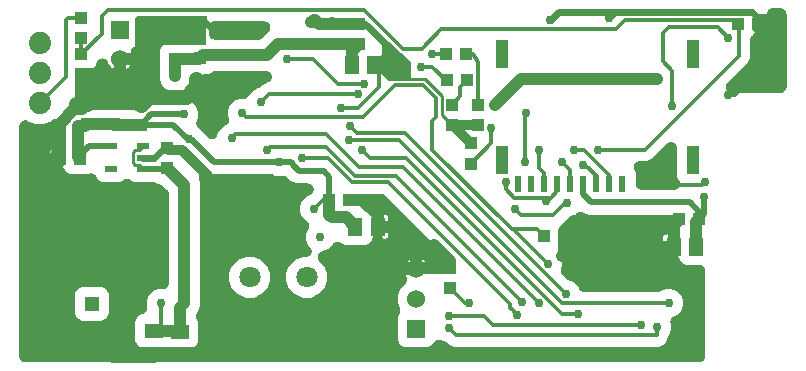
<source format=gbl>
G04 EAGLE Gerber RS-274X export*
G04 #@! %TF.Part,Single*
G04 #@! %TF.FileFunction,Copper,L2,Bot,Mixed*
G04 #@! %TF.FilePolarity,Positive*
G04 #@! %TF.GenerationSoftware,Autodesk,EAGLE,9.5.2*
G04 #@! %TF.CreationDate,2020-03-16T13:55:46Z*
G75*
%MOMM*%
%FSLAX34Y34*%
%LPD*%
%INBottom Copper*%
%IPPOS*%
%AMOC8*
5,1,8,0,0,1.08239X$1,22.5*%
G01*
%ADD10R,1.000000X1.100000*%
%ADD11R,1.300000X1.500000*%
%ADD12R,1.500000X1.300000*%
%ADD13R,1.100000X1.000000*%
%ADD14R,1.524000X1.524000*%
%ADD15C,1.524000*%
%ADD16R,1.270000X1.270000*%
%ADD17R,1.050000X0.600000*%
%ADD18R,0.620000X1.400000*%
%ADD19R,1.100000X2.400000*%
%ADD20C,1.879600*%
%ADD21C,1.800000*%
%ADD22C,1.016000*%
%ADD23C,1.270000*%
%ADD24C,0.609600*%
%ADD25C,0.812800*%
%ADD26C,0.756400*%
%ADD27C,0.304800*%
%ADD28C,0.254000*%
%ADD29R,1.056400X1.056400*%
%ADD30C,0.152400*%
%ADD31C,0.508000*%

G36*
X586212Y10170D02*
X586212Y10170D01*
X586367Y10170D01*
X586529Y10190D01*
X586693Y10201D01*
X586845Y10230D01*
X586999Y10249D01*
X587158Y10289D01*
X587319Y10320D01*
X587466Y10368D01*
X587616Y10406D01*
X587769Y10466D01*
X587925Y10517D01*
X588065Y10582D01*
X588209Y10639D01*
X588353Y10718D01*
X588501Y10788D01*
X588632Y10870D01*
X588768Y10945D01*
X588901Y11041D01*
X589040Y11129D01*
X589159Y11227D01*
X589285Y11318D01*
X589404Y11430D01*
X589531Y11534D01*
X589637Y11647D01*
X589750Y11753D01*
X589855Y11879D01*
X589967Y11998D01*
X590059Y12124D01*
X590158Y12243D01*
X590246Y12381D01*
X590342Y12513D01*
X590417Y12649D01*
X590501Y12780D01*
X590571Y12928D01*
X590650Y13071D01*
X590707Y13215D01*
X590774Y13355D01*
X590825Y13511D01*
X590885Y13664D01*
X590924Y13814D01*
X590973Y13961D01*
X591004Y14122D01*
X591045Y14280D01*
X591064Y14434D01*
X591094Y14586D01*
X591104Y14745D01*
X591126Y14912D01*
X591126Y15081D01*
X591136Y15240D01*
X591136Y87292D01*
X591127Y87447D01*
X591127Y87602D01*
X591107Y87764D01*
X591096Y87928D01*
X591067Y88080D01*
X591048Y88234D01*
X591008Y88393D01*
X590977Y88554D01*
X590929Y88701D01*
X590891Y88851D01*
X590831Y89004D01*
X590780Y89160D01*
X590715Y89300D01*
X590658Y89444D01*
X590579Y89588D01*
X590509Y89736D01*
X590427Y89867D01*
X590352Y90003D01*
X590256Y90136D01*
X590168Y90275D01*
X590070Y90394D01*
X589979Y90520D01*
X589867Y90639D01*
X589763Y90766D01*
X589650Y90872D01*
X589544Y90985D01*
X589418Y91090D01*
X589299Y91202D01*
X589173Y91294D01*
X589054Y91393D01*
X588916Y91481D01*
X588784Y91577D01*
X588648Y91652D01*
X588517Y91736D01*
X588369Y91806D01*
X588226Y91885D01*
X588082Y91942D01*
X587942Y92009D01*
X587786Y92060D01*
X587633Y92120D01*
X587483Y92159D01*
X587336Y92208D01*
X587175Y92239D01*
X587017Y92280D01*
X586863Y92299D01*
X586711Y92329D01*
X586552Y92339D01*
X586385Y92361D01*
X586216Y92361D01*
X586057Y92371D01*
X575183Y92371D01*
X572195Y93609D01*
X569362Y96442D01*
X569361Y96449D01*
X569347Y96734D01*
X569341Y96766D01*
X569339Y96799D01*
X569286Y97080D01*
X569236Y97361D01*
X569226Y97392D01*
X569220Y97425D01*
X569114Y97751D01*
X569041Y97987D01*
X569031Y98009D01*
X569024Y98031D01*
X569023Y98031D01*
X569023Y98032D01*
X568897Y98300D01*
X568775Y98567D01*
X568762Y98587D01*
X568752Y98608D01*
X568594Y98857D01*
X568439Y99108D01*
X568424Y99126D01*
X568411Y99147D01*
X568224Y99373D01*
X568038Y99603D01*
X568021Y99619D01*
X568005Y99638D01*
X567791Y99840D01*
X567578Y100044D01*
X567559Y100058D01*
X567541Y100074D01*
X567303Y100248D01*
X567066Y100424D01*
X567046Y100435D01*
X567026Y100449D01*
X566768Y100592D01*
X566511Y100737D01*
X566489Y100746D01*
X566468Y100757D01*
X566195Y100866D01*
X565922Y100977D01*
X565898Y100984D01*
X565876Y100992D01*
X565592Y101066D01*
X565306Y101143D01*
X565282Y101146D01*
X565259Y101152D01*
X564967Y101189D01*
X564675Y101229D01*
X564651Y101230D01*
X564627Y101233D01*
X564332Y101233D01*
X564038Y101237D01*
X564014Y101234D01*
X563990Y101234D01*
X563696Y101197D01*
X563405Y101164D01*
X563382Y101158D01*
X563358Y101155D01*
X563072Y101082D01*
X562786Y101012D01*
X562764Y101004D01*
X562741Y100998D01*
X562467Y100890D01*
X562191Y100785D01*
X562170Y100774D01*
X562148Y100765D01*
X561888Y100623D01*
X561629Y100484D01*
X561610Y100471D01*
X561589Y100459D01*
X561348Y100285D01*
X561109Y100116D01*
X561092Y100100D01*
X561072Y100086D01*
X560857Y99885D01*
X560640Y99686D01*
X560624Y99667D01*
X560607Y99651D01*
X560418Y99425D01*
X560227Y99200D01*
X560214Y99180D01*
X560199Y99161D01*
X560040Y98913D01*
X559879Y98666D01*
X559869Y98644D01*
X559856Y98624D01*
X559730Y98358D01*
X559601Y98093D01*
X559593Y98070D01*
X559583Y98049D01*
X559554Y97959D01*
X557550Y97959D01*
X557059Y98057D01*
X556597Y98248D01*
X556180Y98527D01*
X555827Y98880D01*
X555548Y99297D01*
X555357Y99759D01*
X555259Y100250D01*
X555259Y102921D01*
X563592Y102921D01*
X563747Y102930D01*
X563902Y102930D01*
X564064Y102950D01*
X564228Y102961D01*
X564380Y102989D01*
X564534Y103009D01*
X564693Y103049D01*
X564854Y103080D01*
X565001Y103128D01*
X565151Y103166D01*
X565304Y103226D01*
X565460Y103276D01*
X565600Y103342D01*
X565744Y103399D01*
X565888Y103478D01*
X566036Y103547D01*
X566167Y103630D01*
X566303Y103705D01*
X566436Y103801D01*
X566575Y103888D01*
X566694Y103987D01*
X566820Y104078D01*
X566939Y104190D01*
X567066Y104294D01*
X567172Y104407D01*
X567285Y104513D01*
X567390Y104639D01*
X567502Y104758D01*
X567594Y104884D01*
X567693Y105003D01*
X567781Y105141D01*
X567877Y105273D01*
X567952Y105409D01*
X568036Y105540D01*
X568106Y105688D01*
X568185Y105831D01*
X568242Y105975D01*
X568309Y106115D01*
X568360Y106271D01*
X568420Y106423D01*
X568459Y106573D01*
X568508Y106721D01*
X568539Y106881D01*
X568580Y107040D01*
X568599Y107194D01*
X568629Y107346D01*
X568639Y107505D01*
X568661Y107672D01*
X568661Y107841D01*
X568671Y108000D01*
X568662Y108155D01*
X568662Y108310D01*
X568642Y108473D01*
X568631Y108636D01*
X568602Y108788D01*
X568583Y108942D01*
X568543Y109101D01*
X568512Y109262D01*
X568464Y109409D01*
X568426Y109559D01*
X568366Y109712D01*
X568315Y109868D01*
X568250Y110008D01*
X568193Y110152D01*
X568114Y110296D01*
X568044Y110445D01*
X567962Y110575D01*
X567887Y110711D01*
X567791Y110844D01*
X567703Y110983D01*
X567605Y111102D01*
X567514Y111228D01*
X567402Y111347D01*
X567298Y111474D01*
X567185Y111580D01*
X567079Y111693D01*
X566953Y111798D01*
X566834Y111911D01*
X566708Y112002D01*
X566589Y112101D01*
X566451Y112189D01*
X566319Y112286D01*
X566183Y112360D01*
X566052Y112444D01*
X565904Y112514D01*
X565761Y112593D01*
X565617Y112650D01*
X565477Y112717D01*
X565321Y112768D01*
X565168Y112829D01*
X565018Y112867D01*
X564871Y112916D01*
X564710Y112947D01*
X564552Y112988D01*
X564398Y113008D01*
X564246Y113037D01*
X564087Y113047D01*
X563920Y113069D01*
X563751Y113069D01*
X563592Y113079D01*
X555259Y113079D01*
X555259Y115750D01*
X555357Y116241D01*
X555548Y116703D01*
X555827Y117120D01*
X556180Y117473D01*
X556597Y117752D01*
X557059Y117943D01*
X557597Y118050D01*
X557612Y118054D01*
X557628Y118056D01*
X557921Y118136D01*
X558213Y118213D01*
X558228Y118219D01*
X558243Y118224D01*
X558522Y118338D01*
X558803Y118452D01*
X558817Y118460D01*
X558832Y118466D01*
X559096Y118616D01*
X559359Y118763D01*
X559372Y118773D01*
X559386Y118781D01*
X559629Y118962D01*
X559872Y119142D01*
X559884Y119153D01*
X559896Y119162D01*
X560113Y119371D01*
X560333Y119581D01*
X560343Y119594D01*
X560355Y119605D01*
X560543Y119839D01*
X560736Y120075D01*
X560744Y120089D01*
X560754Y120101D01*
X560912Y120357D01*
X561074Y120615D01*
X561080Y120630D01*
X561089Y120643D01*
X561214Y120919D01*
X561341Y121194D01*
X561346Y121209D01*
X561352Y121223D01*
X561442Y121513D01*
X561534Y121801D01*
X561537Y121817D01*
X561541Y121832D01*
X561594Y122129D01*
X561649Y122427D01*
X561650Y122444D01*
X561653Y122459D01*
X561668Y122759D01*
X561685Y123064D01*
X561684Y123080D01*
X561685Y123096D01*
X561662Y123398D01*
X561641Y123699D01*
X561638Y123715D01*
X561637Y123731D01*
X561576Y124027D01*
X561518Y124324D01*
X561513Y124340D01*
X561510Y124355D01*
X561434Y124577D01*
X561318Y124929D01*
X561307Y124952D01*
X561299Y124975D01*
X561057Y125559D01*
X560959Y126050D01*
X560959Y129616D01*
X560950Y129771D01*
X560950Y129926D01*
X560930Y130088D01*
X560919Y130252D01*
X560890Y130404D01*
X560871Y130558D01*
X560831Y130717D01*
X560800Y130878D01*
X560752Y131025D01*
X560714Y131175D01*
X560654Y131328D01*
X560603Y131484D01*
X560538Y131624D01*
X560481Y131768D01*
X560402Y131912D01*
X560332Y132060D01*
X560250Y132191D01*
X560175Y132327D01*
X560079Y132460D01*
X559991Y132599D01*
X559893Y132718D01*
X559802Y132844D01*
X559690Y132963D01*
X559586Y133090D01*
X559473Y133196D01*
X559367Y133309D01*
X559241Y133414D01*
X559122Y133526D01*
X558996Y133618D01*
X558877Y133717D01*
X558739Y133805D01*
X558607Y133901D01*
X558471Y133976D01*
X558340Y134060D01*
X558192Y134130D01*
X558049Y134209D01*
X557905Y134266D01*
X557765Y134333D01*
X557609Y134384D01*
X557456Y134444D01*
X557306Y134483D01*
X557159Y134532D01*
X556998Y134563D01*
X556840Y134604D01*
X556686Y134623D01*
X556534Y134653D01*
X556375Y134663D01*
X556208Y134685D01*
X556039Y134685D01*
X555880Y134695D01*
X492514Y134695D01*
X488497Y136359D01*
X488495Y136361D01*
X488367Y136448D01*
X488245Y136543D01*
X488104Y136627D01*
X487968Y136719D01*
X487830Y136789D01*
X487697Y136869D01*
X487547Y136934D01*
X487401Y137008D01*
X487255Y137061D01*
X487113Y137123D01*
X486956Y137169D01*
X486801Y137224D01*
X486650Y137258D01*
X486501Y137302D01*
X486340Y137328D01*
X486180Y137364D01*
X486025Y137379D01*
X485872Y137403D01*
X485708Y137409D01*
X485545Y137424D01*
X485390Y137420D01*
X485235Y137425D01*
X485072Y137410D01*
X484909Y137405D01*
X484755Y137381D01*
X484601Y137367D01*
X484441Y137332D01*
X484279Y137306D01*
X484130Y137263D01*
X483979Y137230D01*
X483825Y137175D01*
X483667Y137129D01*
X483525Y137068D01*
X483379Y137016D01*
X483232Y136942D01*
X483082Y136877D01*
X482949Y136798D01*
X482810Y136728D01*
X482674Y136636D01*
X482533Y136553D01*
X482410Y136459D01*
X482282Y136372D01*
X482162Y136267D01*
X482029Y136164D01*
X481909Y136044D01*
X481790Y135939D01*
X480747Y134897D01*
X478490Y133962D01*
X478439Y133937D01*
X478385Y133917D01*
X478152Y133796D01*
X477918Y133682D01*
X477870Y133650D01*
X477820Y133624D01*
X477603Y133475D01*
X477385Y133332D01*
X477342Y133295D01*
X477295Y133262D01*
X477100Y133088D01*
X476901Y132918D01*
X476862Y132876D01*
X476820Y132838D01*
X476648Y132641D01*
X476472Y132447D01*
X476439Y132401D01*
X476401Y132358D01*
X476255Y132140D01*
X476105Y131926D01*
X476078Y131876D01*
X476046Y131828D01*
X475929Y131594D01*
X475806Y131363D01*
X475786Y131310D01*
X475761Y131259D01*
X475673Y131012D01*
X475581Y130768D01*
X475567Y130712D01*
X475548Y130658D01*
X475492Y130402D01*
X475431Y130148D01*
X475425Y130092D01*
X475413Y130036D01*
X475390Y129775D01*
X475360Y129515D01*
X475361Y129458D01*
X475356Y129401D01*
X475366Y129140D01*
X475370Y128878D01*
X475378Y128821D01*
X475380Y128764D01*
X475422Y128506D01*
X475458Y128247D01*
X475473Y128192D01*
X475483Y128136D01*
X475557Y127884D01*
X475626Y127632D01*
X475647Y127580D01*
X475663Y127525D01*
X475769Y127285D01*
X475868Y127043D01*
X475897Y126993D01*
X475919Y126941D01*
X476053Y126717D01*
X476183Y126489D01*
X476217Y126443D01*
X476246Y126394D01*
X476408Y126188D01*
X476564Y125979D01*
X476604Y125938D01*
X476639Y125893D01*
X476825Y125709D01*
X477007Y125520D01*
X477051Y125484D01*
X477092Y125444D01*
X477284Y125297D01*
X477503Y125121D01*
X477560Y125085D01*
X477612Y125046D01*
X478020Y124773D01*
X478373Y124420D01*
X478652Y124003D01*
X478843Y123541D01*
X478941Y123050D01*
X478941Y122379D01*
X472608Y122379D01*
X472453Y122370D01*
X472298Y122370D01*
X472136Y122350D01*
X471972Y122339D01*
X471820Y122310D01*
X471666Y122291D01*
X471507Y122251D01*
X471346Y122220D01*
X471199Y122172D01*
X471049Y122134D01*
X470896Y122074D01*
X470740Y122024D01*
X470600Y121958D01*
X470456Y121901D01*
X470312Y121822D01*
X470164Y121753D01*
X470033Y121670D01*
X469897Y121595D01*
X469764Y121499D01*
X469625Y121411D01*
X469506Y121313D01*
X469380Y121222D01*
X469261Y121110D01*
X469134Y121006D01*
X469028Y120893D01*
X468915Y120787D01*
X468810Y120661D01*
X468698Y120542D01*
X468606Y120416D01*
X468507Y120297D01*
X468419Y120159D01*
X468323Y120027D01*
X468248Y119891D01*
X468164Y119760D01*
X468094Y119612D01*
X468015Y119469D01*
X467958Y119325D01*
X467891Y119185D01*
X467840Y119029D01*
X467780Y118877D01*
X467741Y118727D01*
X467692Y118579D01*
X467661Y118419D01*
X467620Y118260D01*
X467601Y118106D01*
X467571Y117954D01*
X467561Y117795D01*
X467539Y117628D01*
X467539Y117459D01*
X467529Y117300D01*
X467538Y117145D01*
X467538Y116991D01*
X467538Y116990D01*
X467558Y116827D01*
X467569Y116664D01*
X467598Y116512D01*
X467617Y116358D01*
X467657Y116199D01*
X467688Y116038D01*
X467736Y115891D01*
X467774Y115741D01*
X467834Y115588D01*
X467885Y115432D01*
X467950Y115292D01*
X468007Y115148D01*
X468086Y115004D01*
X468156Y114855D01*
X468238Y114725D01*
X468313Y114589D01*
X468409Y114456D01*
X468497Y114317D01*
X468595Y114198D01*
X468686Y114072D01*
X468798Y113952D01*
X468902Y113826D01*
X469015Y113720D01*
X469121Y113607D01*
X469247Y113502D01*
X469366Y113389D01*
X469492Y113298D01*
X469611Y113199D01*
X469749Y113111D01*
X469881Y113014D01*
X470017Y112940D01*
X470148Y112856D01*
X470296Y112786D01*
X470439Y112707D01*
X470583Y112650D01*
X470723Y112583D01*
X470879Y112532D01*
X471032Y112471D01*
X471182Y112433D01*
X471329Y112384D01*
X471490Y112353D01*
X471648Y112312D01*
X471802Y112292D01*
X471954Y112263D01*
X472113Y112253D01*
X472280Y112231D01*
X472449Y112231D01*
X472608Y112221D01*
X478941Y112221D01*
X478941Y111550D01*
X478843Y111059D01*
X478652Y110597D01*
X478373Y110180D01*
X478020Y109827D01*
X477603Y109548D01*
X477141Y109357D01*
X476650Y109259D01*
X475495Y109259D01*
X475483Y109278D01*
X475293Y109504D01*
X475106Y109731D01*
X475088Y109747D01*
X475073Y109765D01*
X474856Y109966D01*
X474642Y110167D01*
X474622Y110181D01*
X474605Y110197D01*
X474366Y110368D01*
X474127Y110542D01*
X474106Y110554D01*
X474086Y110568D01*
X473827Y110707D01*
X473569Y110850D01*
X473546Y110859D01*
X473525Y110870D01*
X473250Y110976D01*
X472977Y111085D01*
X472954Y111091D01*
X472931Y111100D01*
X472645Y111171D01*
X472360Y111245D01*
X472336Y111248D01*
X472313Y111253D01*
X472021Y111288D01*
X471728Y111325D01*
X471704Y111326D01*
X471680Y111328D01*
X471386Y111326D01*
X471091Y111327D01*
X471067Y111324D01*
X471043Y111323D01*
X470750Y111284D01*
X470458Y111248D01*
X470435Y111242D01*
X470412Y111239D01*
X470125Y111163D01*
X469841Y111091D01*
X469819Y111082D01*
X469796Y111076D01*
X469523Y110966D01*
X469248Y110858D01*
X469227Y110846D01*
X469205Y110837D01*
X468949Y110694D01*
X468689Y110552D01*
X468670Y110538D01*
X468649Y110526D01*
X468411Y110351D01*
X468173Y110179D01*
X468155Y110162D01*
X468136Y110148D01*
X467922Y109945D01*
X467707Y109744D01*
X467692Y109725D01*
X467674Y109709D01*
X467488Y109480D01*
X467299Y109254D01*
X467287Y109234D01*
X467272Y109215D01*
X467115Y108965D01*
X466957Y108717D01*
X466946Y108695D01*
X466934Y108675D01*
X466830Y108451D01*
X466683Y108141D01*
X466673Y108109D01*
X466659Y108080D01*
X466659Y108079D01*
X466574Y107808D01*
X466484Y107535D01*
X466478Y107503D01*
X466468Y107471D01*
X466417Y107190D01*
X466363Y106910D01*
X466361Y106877D01*
X466355Y106845D01*
X466337Y106504D01*
X466321Y106256D01*
X466321Y105557D01*
X466313Y105527D01*
X466246Y105300D01*
X466233Y105219D01*
X466213Y105140D01*
X466183Y104905D01*
X466145Y104671D01*
X466142Y104589D01*
X466132Y104508D01*
X466131Y104271D01*
X466123Y104034D01*
X466131Y103953D01*
X466131Y103870D01*
X466160Y103635D01*
X466182Y103400D01*
X466199Y103320D01*
X466209Y103238D01*
X466268Y103009D01*
X466319Y102777D01*
X466346Y102700D01*
X466367Y102621D01*
X466453Y102401D01*
X466533Y102177D01*
X466570Y102104D01*
X466600Y102028D01*
X466714Y101820D01*
X466820Y101609D01*
X466866Y101541D01*
X466905Y101469D01*
X467044Y101276D01*
X467177Y101081D01*
X467230Y101020D01*
X467279Y100952D01*
X467457Y100762D01*
X467609Y100588D01*
X467774Y100423D01*
X469587Y96046D01*
X469587Y91307D01*
X468968Y89812D01*
X468931Y89704D01*
X468885Y89599D01*
X468828Y89403D01*
X468761Y89209D01*
X468738Y89097D01*
X468706Y88988D01*
X468674Y88786D01*
X468632Y88585D01*
X468623Y88471D01*
X468605Y88359D01*
X468598Y88154D01*
X468582Y87950D01*
X468587Y87836D01*
X468583Y87722D01*
X468602Y87518D01*
X468611Y87313D01*
X468631Y87201D01*
X468641Y87088D01*
X468686Y86887D01*
X468721Y86686D01*
X468754Y86577D01*
X468779Y86465D01*
X468847Y86273D01*
X468907Y86077D01*
X468954Y85972D01*
X468993Y85865D01*
X469085Y85683D01*
X469169Y85496D01*
X469229Y85398D01*
X469280Y85297D01*
X469395Y85127D01*
X469501Y84952D01*
X469572Y84863D01*
X469636Y84768D01*
X469766Y84620D01*
X469899Y84454D01*
X469989Y84367D01*
X470069Y84276D01*
X473581Y80764D01*
X473605Y80743D01*
X473627Y80719D01*
X473844Y80532D01*
X474059Y80342D01*
X474086Y80324D01*
X474110Y80304D01*
X474349Y80145D01*
X474586Y79984D01*
X474614Y79970D01*
X474641Y79952D01*
X474866Y79841D01*
X475154Y79695D01*
X475193Y79681D01*
X475229Y79663D01*
X479747Y77791D01*
X483097Y74441D01*
X483782Y72788D01*
X483832Y72686D01*
X483874Y72580D01*
X483972Y72400D01*
X484062Y72216D01*
X484125Y72121D01*
X484179Y72021D01*
X484300Y71855D01*
X484412Y71683D01*
X484486Y71597D01*
X484553Y71504D01*
X484692Y71355D01*
X484825Y71199D01*
X484910Y71122D01*
X484988Y71039D01*
X485145Y70908D01*
X485297Y70770D01*
X485390Y70704D01*
X485477Y70631D01*
X485650Y70521D01*
X485818Y70403D01*
X485918Y70350D01*
X486014Y70288D01*
X486200Y70200D01*
X486380Y70105D01*
X486487Y70064D01*
X486590Y70015D01*
X486785Y69951D01*
X486976Y69879D01*
X487087Y69852D01*
X487195Y69816D01*
X487396Y69777D01*
X487596Y69729D01*
X487709Y69717D01*
X487821Y69695D01*
X488017Y69682D01*
X488229Y69659D01*
X488355Y69660D01*
X488475Y69653D01*
X551169Y69653D01*
X551201Y69655D01*
X551233Y69653D01*
X551519Y69675D01*
X551805Y69693D01*
X551836Y69699D01*
X551868Y69701D01*
X552150Y69758D01*
X552431Y69812D01*
X552461Y69822D01*
X552493Y69828D01*
X552730Y69909D01*
X553037Y70009D01*
X553075Y70026D01*
X553113Y70039D01*
X557631Y71911D01*
X562369Y71911D01*
X566747Y70097D01*
X570097Y66747D01*
X571911Y62369D01*
X571911Y57631D01*
X570097Y53253D01*
X566747Y49903D01*
X564648Y49033D01*
X564509Y48965D01*
X564366Y48906D01*
X564223Y48825D01*
X564076Y48753D01*
X563947Y48668D01*
X563812Y48591D01*
X563680Y48493D01*
X563543Y48403D01*
X563425Y48303D01*
X563301Y48210D01*
X563184Y48096D01*
X563059Y47990D01*
X562954Y47875D01*
X562843Y47768D01*
X562740Y47640D01*
X562630Y47519D01*
X562541Y47392D01*
X562443Y47271D01*
X562357Y47132D01*
X562263Y46998D01*
X562190Y46861D01*
X562109Y46729D01*
X562041Y46580D01*
X561964Y46435D01*
X561910Y46290D01*
X561845Y46149D01*
X561797Y45992D01*
X561739Y45839D01*
X561702Y45689D01*
X561656Y45540D01*
X561628Y45379D01*
X561589Y45220D01*
X561572Y45066D01*
X561545Y44913D01*
X561537Y44750D01*
X561519Y44586D01*
X561521Y44431D01*
X561513Y44277D01*
X561525Y44113D01*
X561528Y43949D01*
X561549Y43796D01*
X561561Y43641D01*
X561594Y43481D01*
X561617Y43318D01*
X561657Y43169D01*
X561688Y43017D01*
X561740Y42866D01*
X561784Y42704D01*
X561848Y42548D01*
X561899Y42397D01*
X561911Y42369D01*
X561911Y37631D01*
X560039Y33113D01*
X560029Y33083D01*
X560015Y33054D01*
X559926Y32781D01*
X559833Y32510D01*
X559826Y32479D01*
X559816Y32448D01*
X559762Y32167D01*
X559704Y31886D01*
X559701Y31854D01*
X559695Y31823D01*
X559679Y31572D01*
X559653Y31251D01*
X559655Y31209D01*
X559653Y31169D01*
X559653Y31080D01*
X558183Y27532D01*
X555468Y24817D01*
X551920Y23347D01*
X378080Y23347D01*
X374532Y24817D01*
X373419Y25930D01*
X373395Y25951D01*
X373373Y25975D01*
X373156Y26162D01*
X372941Y26352D01*
X372914Y26370D01*
X372890Y26390D01*
X372651Y26549D01*
X372414Y26710D01*
X372386Y26724D01*
X372359Y26742D01*
X372133Y26853D01*
X371846Y26999D01*
X371807Y27013D01*
X371771Y27031D01*
X367426Y28831D01*
X367279Y28881D01*
X367136Y28941D01*
X366978Y28984D01*
X366823Y29037D01*
X366672Y29069D01*
X366522Y29110D01*
X366360Y29133D01*
X366199Y29167D01*
X366045Y29179D01*
X365891Y29201D01*
X365728Y29204D01*
X365564Y29217D01*
X365409Y29210D01*
X365254Y29212D01*
X365092Y29195D01*
X364928Y29187D01*
X364775Y29161D01*
X364621Y29144D01*
X364462Y29106D01*
X364300Y29078D01*
X364152Y29033D01*
X364001Y28997D01*
X363848Y28939D01*
X363691Y28891D01*
X363550Y28828D01*
X363404Y28773D01*
X363259Y28697D01*
X363110Y28630D01*
X362978Y28549D01*
X362841Y28477D01*
X362706Y28383D01*
X362566Y28297D01*
X362445Y28200D01*
X362318Y28112D01*
X362197Y28002D01*
X362069Y27899D01*
X361960Y27788D01*
X361846Y27684D01*
X361739Y27560D01*
X361625Y27443D01*
X361531Y27319D01*
X361430Y27201D01*
X361340Y27065D01*
X361241Y26934D01*
X361164Y26799D01*
X361079Y26670D01*
X361009Y26527D01*
X360936Y26400D01*
X358625Y24089D01*
X355637Y22851D01*
X337163Y22851D01*
X334175Y24089D01*
X331889Y26375D01*
X330651Y29363D01*
X330651Y47837D01*
X331955Y50986D01*
X331995Y51035D01*
X332103Y51209D01*
X332218Y51379D01*
X332270Y51480D01*
X332329Y51577D01*
X332414Y51763D01*
X332507Y51946D01*
X332546Y52054D01*
X332593Y52157D01*
X332654Y52353D01*
X332723Y52545D01*
X332748Y52657D01*
X332782Y52766D01*
X332818Y52967D01*
X332863Y53167D01*
X332874Y53281D01*
X332894Y53393D01*
X332904Y53597D01*
X332923Y53801D01*
X332920Y53916D01*
X332926Y54029D01*
X332910Y54233D01*
X332904Y54438D01*
X332886Y54551D01*
X332878Y54665D01*
X332837Y54865D01*
X332805Y55068D01*
X332773Y55177D01*
X332750Y55289D01*
X332687Y55475D01*
X332628Y55680D01*
X332578Y55795D01*
X332539Y55909D01*
X330651Y60467D01*
X330651Y66733D01*
X333049Y72521D01*
X337206Y76678D01*
X337256Y76734D01*
X337310Y76786D01*
X337466Y76973D01*
X337628Y77156D01*
X337670Y77218D01*
X337718Y77276D01*
X337849Y77481D01*
X337986Y77683D01*
X338020Y77750D01*
X338060Y77813D01*
X338165Y78033D01*
X338275Y78251D01*
X338301Y78321D01*
X338333Y78389D01*
X338409Y78620D01*
X338491Y78850D01*
X338508Y78923D01*
X338531Y78994D01*
X338577Y79233D01*
X338631Y79472D01*
X338638Y79546D01*
X338652Y79620D01*
X338668Y79863D01*
X338691Y80106D01*
X338689Y80181D01*
X338694Y80256D01*
X338679Y80499D01*
X338672Y80743D01*
X338660Y80817D01*
X338656Y80892D01*
X338611Y81131D01*
X338573Y81372D01*
X338552Y81444D01*
X338538Y81518D01*
X338464Y81750D01*
X338396Y81984D01*
X338366Y82053D01*
X338343Y82124D01*
X338240Y82345D01*
X338144Y82569D01*
X338105Y82634D01*
X338074Y82702D01*
X337951Y82896D01*
X337820Y83118D01*
X337768Y83186D01*
X337724Y83255D01*
X337710Y83275D01*
X337584Y83521D01*
X346400Y83521D01*
X346554Y83530D01*
X346709Y83530D01*
X346872Y83550D01*
X347036Y83561D01*
X347187Y83589D01*
X347341Y83609D01*
X347501Y83649D01*
X347661Y83680D01*
X347809Y83728D01*
X347959Y83766D01*
X348111Y83826D01*
X348267Y83876D01*
X348408Y83942D01*
X348552Y83999D01*
X348696Y84078D01*
X348844Y84147D01*
X348975Y84230D01*
X349111Y84305D01*
X349244Y84401D01*
X349382Y84488D01*
X349502Y84587D01*
X349627Y84678D01*
X349747Y84790D01*
X349873Y84894D01*
X349928Y84952D01*
X349980Y85007D01*
X350093Y85113D01*
X350198Y85239D01*
X350311Y85359D01*
X350402Y85484D01*
X350501Y85603D01*
X350589Y85741D01*
X350686Y85874D01*
X350760Y86009D01*
X350844Y86140D01*
X350914Y86288D01*
X350993Y86432D01*
X351050Y86576D01*
X351117Y86716D01*
X351168Y86872D01*
X351229Y87024D01*
X351267Y87174D01*
X351316Y87321D01*
X351347Y87482D01*
X351388Y87641D01*
X351408Y87794D01*
X351437Y87946D01*
X351447Y88105D01*
X351469Y88273D01*
X351469Y88441D01*
X351479Y88600D01*
X351479Y97416D01*
X351725Y97290D01*
X353019Y96350D01*
X354150Y95219D01*
X355090Y93925D01*
X355816Y92500D01*
X356311Y90979D01*
X356463Y90015D01*
X356515Y89782D01*
X356560Y89548D01*
X356585Y89471D01*
X356602Y89393D01*
X356683Y89168D01*
X356757Y88942D01*
X356791Y88869D01*
X356818Y88794D01*
X356926Y88581D01*
X357028Y88365D01*
X357070Y88297D01*
X357107Y88226D01*
X357241Y88028D01*
X357369Y87827D01*
X357420Y87765D01*
X357465Y87699D01*
X357622Y87519D01*
X357774Y87335D01*
X357833Y87281D01*
X357886Y87220D01*
X358065Y87062D01*
X358238Y86899D01*
X358303Y86852D01*
X358363Y86799D01*
X358560Y86664D01*
X358754Y86524D01*
X358824Y86485D01*
X358890Y86440D01*
X359102Y86331D01*
X359311Y86216D01*
X359386Y86187D01*
X359457Y86150D01*
X359682Y86069D01*
X359904Y85981D01*
X359981Y85961D01*
X360057Y85934D01*
X360289Y85881D01*
X360520Y85822D01*
X360600Y85811D01*
X360678Y85794D01*
X360915Y85771D01*
X361152Y85741D01*
X361233Y85740D01*
X361312Y85733D01*
X361550Y85740D01*
X361790Y85739D01*
X361869Y85749D01*
X361949Y85752D01*
X362185Y85789D01*
X362422Y85818D01*
X362500Y85838D01*
X362579Y85850D01*
X362808Y85916D01*
X363039Y85975D01*
X363114Y86005D01*
X363191Y86027D01*
X363410Y86121D01*
X363632Y86209D01*
X363703Y86247D01*
X363776Y86279D01*
X363982Y86400D01*
X364191Y86514D01*
X364256Y86561D01*
X364325Y86602D01*
X364514Y86748D01*
X364708Y86887D01*
X364766Y86942D01*
X364830Y86991D01*
X364999Y87160D01*
X365173Y87322D01*
X365225Y87384D01*
X365281Y87440D01*
X365428Y87628D01*
X365581Y87812D01*
X365624Y87880D01*
X365673Y87943D01*
X365795Y88148D01*
X365924Y88349D01*
X365958Y88421D01*
X365999Y88490D01*
X366094Y88709D01*
X366197Y88925D01*
X366222Y89001D01*
X366254Y89074D01*
X366321Y89303D01*
X366396Y89530D01*
X366411Y89609D01*
X366433Y89686D01*
X366471Y89921D01*
X366517Y90155D01*
X366522Y90234D01*
X366535Y90315D01*
X366544Y90576D01*
X366559Y90809D01*
X366559Y94850D01*
X366657Y95341D01*
X366848Y95803D01*
X367127Y96220D01*
X367536Y96629D01*
X367639Y96745D01*
X367749Y96855D01*
X367849Y96985D01*
X367958Y97107D01*
X368045Y97235D01*
X368140Y97358D01*
X368224Y97499D01*
X368316Y97634D01*
X368386Y97772D01*
X368465Y97905D01*
X368531Y98056D01*
X368605Y98202D01*
X368658Y98348D01*
X368720Y98490D01*
X368766Y98647D01*
X368822Y98801D01*
X368855Y98952D01*
X368899Y99101D01*
X368925Y99263D01*
X368961Y99423D01*
X368976Y99577D01*
X369000Y99730D01*
X369006Y99894D01*
X369021Y100057D01*
X369017Y100212D01*
X369022Y100367D01*
X369007Y100530D01*
X369002Y100694D01*
X368978Y100847D01*
X368964Y101001D01*
X368928Y101161D01*
X368903Y101323D01*
X368860Y101472D01*
X368827Y101623D01*
X368772Y101778D01*
X368726Y101935D01*
X368664Y102078D01*
X368613Y102224D01*
X368539Y102370D01*
X368474Y102521D01*
X368395Y102654D01*
X368325Y102792D01*
X368234Y102928D01*
X368150Y103069D01*
X368055Y103192D01*
X367969Y103320D01*
X367864Y103440D01*
X367761Y103573D01*
X367641Y103693D01*
X367536Y103813D01*
X319950Y151399D01*
X319895Y151447D01*
X319846Y151500D01*
X319656Y151658D01*
X319472Y151820D01*
X319412Y151861D01*
X319356Y151908D01*
X319149Y152040D01*
X318945Y152178D01*
X318880Y152212D01*
X318819Y152251D01*
X318597Y152356D01*
X318378Y152468D01*
X318309Y152493D01*
X318243Y152524D01*
X318009Y152601D01*
X317778Y152684D01*
X317707Y152700D01*
X317638Y152723D01*
X317397Y152770D01*
X317157Y152823D01*
X317084Y152830D01*
X317012Y152844D01*
X316781Y152859D01*
X316522Y152884D01*
X316439Y152881D01*
X316359Y152886D01*
X302820Y152886D01*
X302665Y152877D01*
X302510Y152877D01*
X302348Y152857D01*
X302184Y152847D01*
X302032Y152818D01*
X301878Y152798D01*
X301803Y152779D01*
X297563Y152779D01*
X297524Y152777D01*
X297485Y152779D01*
X297206Y152757D01*
X296927Y152739D01*
X296889Y152732D01*
X296850Y152729D01*
X296575Y152672D01*
X296301Y152620D01*
X296264Y152608D01*
X296226Y152600D01*
X295961Y152510D01*
X295695Y152424D01*
X295660Y152407D01*
X295623Y152394D01*
X295372Y152272D01*
X295119Y152153D01*
X295086Y152132D01*
X295051Y152115D01*
X294816Y151961D01*
X294580Y151811D01*
X294550Y151787D01*
X294518Y151765D01*
X294304Y151584D01*
X294089Y151406D01*
X294063Y151377D01*
X294033Y151352D01*
X293844Y151145D01*
X293653Y150942D01*
X293630Y150910D01*
X293603Y150881D01*
X293442Y150653D01*
X293278Y150427D01*
X293259Y150393D01*
X293236Y150361D01*
X293105Y150113D01*
X292970Y149869D01*
X292956Y149832D01*
X292937Y149798D01*
X292838Y149537D01*
X292735Y149277D01*
X292725Y149239D01*
X292711Y149202D01*
X292645Y148932D01*
X292575Y148660D01*
X292570Y148621D01*
X292561Y148583D01*
X292530Y148306D01*
X292494Y148028D01*
X292494Y147989D01*
X292490Y147950D01*
X292494Y147671D01*
X292493Y147391D01*
X292498Y147352D01*
X292498Y147313D01*
X292537Y147037D01*
X292572Y146758D01*
X292581Y146720D01*
X292587Y146682D01*
X292660Y146413D01*
X292729Y146141D01*
X292743Y146105D01*
X292753Y146067D01*
X292860Y145809D01*
X292962Y145548D01*
X292981Y145514D01*
X292996Y145478D01*
X293133Y145235D01*
X293268Y144989D01*
X293291Y144957D01*
X293310Y144924D01*
X293477Y144699D01*
X293641Y144473D01*
X293668Y144444D01*
X293691Y144413D01*
X293866Y144232D01*
X294076Y144007D01*
X294114Y143976D01*
X294146Y143942D01*
X294147Y143941D01*
X294358Y143772D01*
X294566Y143599D01*
X294607Y143573D01*
X294644Y143543D01*
X294875Y143402D01*
X295103Y143256D01*
X295146Y143236D01*
X295187Y143211D01*
X295434Y143099D01*
X295679Y142983D01*
X295724Y142968D01*
X295768Y142948D01*
X296027Y142869D01*
X296284Y142784D01*
X296331Y142775D01*
X296377Y142761D01*
X296644Y142714D01*
X296909Y142663D01*
X296957Y142660D01*
X297005Y142651D01*
X297313Y142637D01*
X297563Y142621D01*
X298648Y142621D01*
X298709Y142525D01*
X298807Y142406D01*
X298898Y142280D01*
X299010Y142161D01*
X299114Y142034D01*
X299227Y141928D01*
X299333Y141815D01*
X299459Y141710D01*
X299578Y141598D01*
X299704Y141506D01*
X299823Y141407D01*
X299961Y141319D01*
X300093Y141223D01*
X300229Y141148D01*
X300360Y141064D01*
X300508Y140994D01*
X300651Y140915D01*
X300795Y140858D01*
X300935Y140791D01*
X301091Y140740D01*
X301244Y140680D01*
X301394Y140641D01*
X301541Y140592D01*
X301702Y140561D01*
X301860Y140520D01*
X302014Y140501D01*
X302166Y140471D01*
X302325Y140461D01*
X302492Y140439D01*
X302661Y140439D01*
X302698Y140437D01*
X305705Y139191D01*
X308538Y136358D01*
X308539Y136351D01*
X308553Y136066D01*
X308558Y136034D01*
X308561Y136001D01*
X308614Y135720D01*
X308664Y135439D01*
X308674Y135408D01*
X308680Y135375D01*
X308786Y135049D01*
X308859Y134814D01*
X308859Y134813D01*
X308869Y134792D01*
X308876Y134769D01*
X308877Y134769D01*
X308877Y134768D01*
X309003Y134501D01*
X309125Y134234D01*
X309138Y134213D01*
X309148Y134192D01*
X309306Y133943D01*
X309461Y133692D01*
X309476Y133674D01*
X309489Y133654D01*
X309677Y133426D01*
X309862Y133197D01*
X309879Y133181D01*
X309895Y133162D01*
X310109Y132960D01*
X310322Y132756D01*
X310341Y132742D01*
X310359Y132726D01*
X310597Y132552D01*
X310834Y132376D01*
X310854Y132365D01*
X310874Y132351D01*
X311132Y132208D01*
X311389Y132064D01*
X311411Y132055D01*
X311432Y132043D01*
X311705Y131934D01*
X311978Y131823D01*
X312002Y131816D01*
X312024Y131808D01*
X312308Y131734D01*
X312594Y131658D01*
X312617Y131654D01*
X312641Y131648D01*
X312933Y131611D01*
X313225Y131571D01*
X313249Y131570D01*
X313273Y131567D01*
X313568Y131567D01*
X313862Y131564D01*
X313886Y131566D01*
X313910Y131566D01*
X314204Y131603D01*
X314495Y131636D01*
X314518Y131642D01*
X314542Y131645D01*
X314828Y131718D01*
X315114Y131788D01*
X315136Y131796D01*
X315159Y131802D01*
X315433Y131910D01*
X315709Y132015D01*
X315730Y132027D01*
X315752Y132035D01*
X316012Y132177D01*
X316271Y132316D01*
X316290Y132329D01*
X316311Y132341D01*
X316551Y132514D01*
X316791Y132684D01*
X316808Y132700D01*
X316828Y132714D01*
X317043Y132915D01*
X317260Y133115D01*
X317276Y133133D01*
X317293Y133149D01*
X317481Y133375D01*
X317672Y133600D01*
X317686Y133621D01*
X317701Y133639D01*
X317859Y133887D01*
X318020Y134134D01*
X318031Y134156D01*
X318044Y134176D01*
X318170Y134442D01*
X318299Y134707D01*
X318307Y134730D01*
X318317Y134751D01*
X318346Y134841D01*
X320350Y134841D01*
X320841Y134743D01*
X321303Y134552D01*
X321720Y134273D01*
X322073Y133920D01*
X322352Y133503D01*
X322543Y133041D01*
X322641Y132550D01*
X322641Y129879D01*
X314308Y129879D01*
X314153Y129870D01*
X313998Y129870D01*
X313836Y129850D01*
X313672Y129839D01*
X313520Y129810D01*
X313366Y129791D01*
X313207Y129751D01*
X313046Y129720D01*
X312899Y129672D01*
X312749Y129634D01*
X312596Y129574D01*
X312440Y129524D01*
X312300Y129458D01*
X312156Y129401D01*
X312012Y129322D01*
X311864Y129253D01*
X311733Y129170D01*
X311597Y129095D01*
X311464Y128999D01*
X311325Y128911D01*
X311206Y128813D01*
X311080Y128722D01*
X310961Y128610D01*
X310834Y128506D01*
X310728Y128393D01*
X310615Y128287D01*
X310510Y128161D01*
X310398Y128042D01*
X310306Y127916D01*
X310207Y127797D01*
X310119Y127659D01*
X310023Y127527D01*
X309948Y127391D01*
X309864Y127260D01*
X309794Y127112D01*
X309715Y126969D01*
X309658Y126825D01*
X309591Y126685D01*
X309540Y126529D01*
X309480Y126377D01*
X309441Y126227D01*
X309392Y126079D01*
X309361Y125919D01*
X309320Y125760D01*
X309301Y125606D01*
X309271Y125454D01*
X309261Y125295D01*
X309239Y125128D01*
X309239Y124959D01*
X309229Y124800D01*
X309238Y124645D01*
X309238Y124491D01*
X309238Y124490D01*
X309258Y124327D01*
X309269Y124164D01*
X309298Y124012D01*
X309317Y123858D01*
X309357Y123699D01*
X309388Y123538D01*
X309436Y123391D01*
X309474Y123241D01*
X309534Y123088D01*
X309585Y122932D01*
X309650Y122792D01*
X309707Y122648D01*
X309786Y122504D01*
X309856Y122355D01*
X309938Y122225D01*
X310013Y122089D01*
X310109Y121956D01*
X310197Y121817D01*
X310295Y121698D01*
X310386Y121572D01*
X310498Y121452D01*
X310602Y121326D01*
X310715Y121220D01*
X310821Y121107D01*
X310947Y121002D01*
X311066Y120889D01*
X311192Y120798D01*
X311311Y120699D01*
X311449Y120611D01*
X311581Y120514D01*
X311717Y120440D01*
X311848Y120356D01*
X311996Y120286D01*
X312139Y120207D01*
X312283Y120150D01*
X312423Y120083D01*
X312579Y120032D01*
X312732Y119971D01*
X312882Y119933D01*
X313029Y119884D01*
X313190Y119853D01*
X313348Y119812D01*
X313502Y119792D01*
X313654Y119763D01*
X313813Y119753D01*
X313980Y119731D01*
X314149Y119731D01*
X314308Y119721D01*
X322641Y119721D01*
X322641Y117050D01*
X322543Y116559D01*
X322352Y116097D01*
X322073Y115680D01*
X321720Y115327D01*
X321303Y115048D01*
X320841Y114857D01*
X320350Y114759D01*
X318347Y114759D01*
X318324Y114832D01*
X318313Y114853D01*
X318306Y114876D01*
X318178Y115141D01*
X318053Y115408D01*
X318040Y115429D01*
X318029Y115450D01*
X317870Y115697D01*
X317711Y115946D01*
X317696Y115965D01*
X317683Y115985D01*
X317493Y116211D01*
X317306Y116438D01*
X317288Y116454D01*
X317273Y116472D01*
X317056Y116673D01*
X316842Y116874D01*
X316822Y116888D01*
X316805Y116905D01*
X316566Y117075D01*
X316327Y117249D01*
X316306Y117261D01*
X316286Y117275D01*
X316027Y117414D01*
X315769Y117557D01*
X315746Y117566D01*
X315725Y117577D01*
X315450Y117683D01*
X315177Y117792D01*
X315154Y117798D01*
X315131Y117807D01*
X314845Y117878D01*
X314560Y117952D01*
X314536Y117955D01*
X314513Y117960D01*
X314221Y117995D01*
X313928Y118033D01*
X313904Y118033D01*
X313880Y118035D01*
X313586Y118033D01*
X313291Y118034D01*
X313267Y118031D01*
X313243Y118031D01*
X312950Y117991D01*
X312658Y117955D01*
X312635Y117949D01*
X312612Y117946D01*
X312325Y117870D01*
X312041Y117798D01*
X312019Y117789D01*
X311996Y117783D01*
X311723Y117673D01*
X311448Y117565D01*
X311427Y117553D01*
X311405Y117544D01*
X311149Y117401D01*
X310889Y117259D01*
X310870Y117245D01*
X310849Y117233D01*
X310611Y117058D01*
X310373Y116886D01*
X310355Y116870D01*
X310336Y116855D01*
X310122Y116652D01*
X309907Y116451D01*
X309892Y116433D01*
X309874Y116416D01*
X309688Y116187D01*
X309499Y115961D01*
X309487Y115941D01*
X309472Y115923D01*
X309315Y115672D01*
X309157Y115424D01*
X309146Y115403D01*
X309134Y115382D01*
X309030Y115158D01*
X308883Y114849D01*
X308883Y114848D01*
X308873Y114816D01*
X308859Y114787D01*
X308859Y114786D01*
X308774Y114515D01*
X308684Y114242D01*
X308678Y114210D01*
X308668Y114179D01*
X308617Y113898D01*
X308563Y113617D01*
X308561Y113584D01*
X308555Y113552D01*
X308538Y113242D01*
X305705Y110409D01*
X302717Y109171D01*
X286483Y109171D01*
X283495Y110409D01*
X283271Y110633D01*
X283124Y110763D01*
X282983Y110900D01*
X282885Y110974D01*
X282793Y111055D01*
X282631Y111165D01*
X282474Y111283D01*
X282368Y111344D01*
X282266Y111413D01*
X282092Y111502D01*
X281922Y111599D01*
X281808Y111647D01*
X281699Y111702D01*
X281514Y111769D01*
X281333Y111844D01*
X281215Y111877D01*
X281099Y111919D01*
X280908Y111962D01*
X280719Y112014D01*
X280597Y112031D01*
X280477Y112058D01*
X280283Y112077D01*
X280088Y112105D01*
X279965Y112107D01*
X279843Y112118D01*
X279647Y112112D01*
X279451Y112116D01*
X279329Y112103D01*
X279206Y112099D01*
X279013Y112069D01*
X278818Y112048D01*
X278698Y112019D01*
X278577Y112000D01*
X278389Y111946D01*
X278198Y111900D01*
X278083Y111857D01*
X277965Y111823D01*
X277785Y111746D01*
X277602Y111677D01*
X277493Y111620D01*
X277380Y111571D01*
X277211Y111471D01*
X277038Y111380D01*
X276937Y111310D01*
X276831Y111247D01*
X276676Y111128D01*
X276515Y111015D01*
X276424Y110933D01*
X276327Y110858D01*
X276188Y110719D01*
X276043Y110588D01*
X275963Y110495D01*
X275876Y110408D01*
X275755Y110253D01*
X275627Y110105D01*
X275560Y110002D01*
X275484Y109905D01*
X275384Y109737D01*
X275276Y109573D01*
X275223Y109466D01*
X275159Y109358D01*
X275125Y109281D01*
X271747Y105903D01*
X267257Y104043D01*
X267059Y104005D01*
X266824Y103968D01*
X266746Y103945D01*
X266665Y103930D01*
X266440Y103857D01*
X266212Y103791D01*
X266137Y103759D01*
X266059Y103733D01*
X265845Y103633D01*
X265627Y103539D01*
X265556Y103497D01*
X265482Y103462D01*
X265282Y103336D01*
X265078Y103215D01*
X265014Y103165D01*
X264944Y103121D01*
X264762Y102971D01*
X264574Y102826D01*
X264516Y102768D01*
X264453Y102716D01*
X264291Y102544D01*
X264123Y102376D01*
X264073Y102311D01*
X264016Y102252D01*
X263877Y102060D01*
X263732Y101873D01*
X263690Y101803D01*
X263641Y101737D01*
X263527Y101529D01*
X263406Y101326D01*
X263373Y101250D01*
X263334Y101179D01*
X263246Y100959D01*
X263152Y100741D01*
X263129Y100663D01*
X263098Y100586D01*
X263039Y100357D01*
X262973Y100130D01*
X262960Y100049D01*
X262939Y99970D01*
X262909Y99735D01*
X262871Y99501D01*
X262869Y99419D01*
X262858Y99338D01*
X262858Y99101D01*
X262850Y98864D01*
X262857Y98783D01*
X262857Y98700D01*
X262886Y98466D01*
X262908Y98230D01*
X262925Y98150D01*
X262936Y98068D01*
X262994Y97838D01*
X263045Y97608D01*
X263073Y97530D01*
X263093Y97451D01*
X263179Y97230D01*
X263259Y97007D01*
X263296Y96934D01*
X263326Y96858D01*
X263440Y96650D01*
X263546Y96439D01*
X263592Y96371D01*
X263632Y96299D01*
X263770Y96107D01*
X263903Y95911D01*
X263956Y95850D01*
X264005Y95782D01*
X264182Y95593D01*
X264335Y95418D01*
X268051Y91703D01*
X270659Y85407D01*
X270659Y78593D01*
X268051Y72297D01*
X263233Y67479D01*
X256937Y64871D01*
X250123Y64871D01*
X243827Y67479D01*
X239009Y72297D01*
X236401Y78593D01*
X236401Y85407D01*
X239009Y91703D01*
X243827Y96521D01*
X250123Y99129D01*
X252765Y99129D01*
X253001Y99144D01*
X253238Y99151D01*
X253319Y99164D01*
X253400Y99169D01*
X253633Y99213D01*
X253867Y99250D01*
X253946Y99273D01*
X254026Y99288D01*
X254252Y99361D01*
X254479Y99427D01*
X254554Y99459D01*
X254632Y99485D01*
X254847Y99585D01*
X255064Y99679D01*
X255135Y99721D01*
X255209Y99756D01*
X255409Y99882D01*
X255613Y100003D01*
X255678Y100053D01*
X255747Y100097D01*
X255930Y100247D01*
X256117Y100392D01*
X256175Y100450D01*
X256238Y100502D01*
X256401Y100675D01*
X256568Y100842D01*
X256619Y100907D01*
X256675Y100966D01*
X256815Y101158D01*
X256960Y101345D01*
X257002Y101415D01*
X257050Y101481D01*
X257164Y101689D01*
X257285Y101892D01*
X257318Y101968D01*
X257358Y102039D01*
X257445Y102259D01*
X257540Y102477D01*
X257563Y102555D01*
X257593Y102632D01*
X257652Y102861D01*
X257719Y103088D01*
X257732Y103169D01*
X257752Y103248D01*
X257782Y103484D01*
X257820Y103717D01*
X257823Y103799D01*
X257833Y103880D01*
X257834Y104117D01*
X257842Y104354D01*
X257834Y104435D01*
X257834Y104518D01*
X257805Y104752D01*
X257784Y104988D01*
X257766Y105068D01*
X257756Y105150D01*
X257697Y105379D01*
X257646Y105610D01*
X257619Y105688D01*
X257599Y105767D01*
X257512Y105988D01*
X257432Y106211D01*
X257395Y106284D01*
X257365Y106360D01*
X257252Y106568D01*
X257145Y106779D01*
X257099Y106847D01*
X257060Y106919D01*
X256921Y107111D01*
X256789Y107307D01*
X256736Y107368D01*
X256687Y107436D01*
X256509Y107626D01*
X256356Y107800D01*
X254903Y109253D01*
X253089Y113631D01*
X253089Y118369D01*
X255247Y123579D01*
X255297Y123726D01*
X255357Y123869D01*
X255401Y124027D01*
X255454Y124182D01*
X255485Y124333D01*
X255526Y124483D01*
X255550Y124645D01*
X255583Y124805D01*
X255595Y124960D01*
X255617Y125114D01*
X255620Y125278D01*
X255633Y125441D01*
X255626Y125596D01*
X255629Y125751D01*
X255611Y125913D01*
X255603Y126077D01*
X255577Y126230D01*
X255560Y126384D01*
X255522Y126543D01*
X255494Y126705D01*
X255449Y126853D01*
X255413Y127004D01*
X255356Y127157D01*
X255307Y127314D01*
X255244Y127456D01*
X255189Y127601D01*
X255113Y127745D01*
X255046Y127895D01*
X254965Y128027D01*
X254893Y128165D01*
X254799Y128298D01*
X254714Y128438D01*
X254616Y128560D01*
X254528Y128687D01*
X254418Y128808D01*
X254316Y128936D01*
X254205Y129044D01*
X254100Y129159D01*
X253976Y129266D01*
X253859Y129380D01*
X253735Y129473D01*
X253617Y129575D01*
X253510Y129645D01*
X249903Y133253D01*
X248089Y137631D01*
X248089Y142369D01*
X249903Y146747D01*
X253253Y150097D01*
X256223Y151327D01*
X256288Y151360D01*
X256357Y151385D01*
X256574Y151500D01*
X256795Y151608D01*
X256856Y151648D01*
X256921Y151682D01*
X257122Y151822D01*
X257328Y151957D01*
X257383Y152005D01*
X257443Y152047D01*
X257625Y152211D01*
X257812Y152371D01*
X257861Y152425D01*
X257915Y152474D01*
X258076Y152660D01*
X258241Y152842D01*
X258283Y152902D01*
X258331Y152957D01*
X258466Y153162D01*
X258608Y153363D01*
X258642Y153428D01*
X258682Y153488D01*
X258785Y153696D01*
X258906Y153926D01*
X258936Y154004D01*
X258972Y154076D01*
X259131Y154462D01*
X259195Y154648D01*
X259267Y154830D01*
X259298Y154949D01*
X259338Y155065D01*
X259378Y155257D01*
X259427Y155446D01*
X259442Y155569D01*
X259467Y155689D01*
X259483Y155884D01*
X259508Y156078D01*
X259508Y156202D01*
X259517Y156324D01*
X259508Y156520D01*
X259509Y156716D01*
X259493Y156838D01*
X259488Y156961D01*
X259454Y157153D01*
X259430Y157348D01*
X259400Y157467D01*
X259379Y157588D01*
X259321Y157776D01*
X259273Y157965D01*
X259228Y158080D01*
X259192Y158197D01*
X259111Y158376D01*
X259040Y158558D01*
X258981Y158666D01*
X258930Y158778D01*
X258828Y158945D01*
X258734Y159117D01*
X258662Y159217D01*
X258598Y159322D01*
X258476Y159475D01*
X258361Y159634D01*
X258277Y159724D01*
X258200Y159820D01*
X258060Y159956D01*
X257926Y160099D01*
X257831Y160178D01*
X257743Y160264D01*
X257586Y160382D01*
X257436Y160507D01*
X257332Y160573D01*
X257234Y160647D01*
X257064Y160744D01*
X256899Y160850D01*
X256788Y160902D01*
X256681Y160964D01*
X256501Y161039D01*
X256323Y161123D01*
X256206Y161161D01*
X256093Y161208D01*
X255904Y161260D01*
X255718Y161322D01*
X255597Y161345D01*
X255479Y161378D01*
X255285Y161406D01*
X255093Y161443D01*
X254972Y161451D01*
X254848Y161469D01*
X254636Y161473D01*
X254439Y161485D01*
X244628Y161485D01*
X240707Y163110D01*
X237247Y166569D01*
X237162Y166644D01*
X237082Y166727D01*
X236923Y166855D01*
X236769Y166991D01*
X236675Y167055D01*
X236586Y167126D01*
X236412Y167234D01*
X236242Y167349D01*
X236141Y167400D01*
X236044Y167460D01*
X235857Y167545D01*
X235675Y167638D01*
X235567Y167677D01*
X235464Y167724D01*
X235268Y167785D01*
X235075Y167854D01*
X234964Y167879D01*
X234855Y167913D01*
X234654Y167949D01*
X234454Y167994D01*
X234340Y168005D01*
X234228Y168024D01*
X234023Y168035D01*
X233819Y168054D01*
X233705Y168051D01*
X233592Y168056D01*
X233387Y168041D01*
X233183Y168035D01*
X233070Y168017D01*
X232956Y168008D01*
X232755Y167968D01*
X232596Y167943D01*
X227631Y167943D01*
X225211Y168945D01*
X225181Y168955D01*
X225152Y168969D01*
X224880Y169058D01*
X224609Y169151D01*
X224577Y169158D01*
X224547Y169168D01*
X224265Y169222D01*
X223985Y169280D01*
X223953Y169283D01*
X223922Y169289D01*
X223671Y169305D01*
X223350Y169331D01*
X223308Y169329D01*
X223268Y169331D01*
X172878Y169331D01*
X169183Y170862D01*
X168959Y170938D01*
X168738Y171022D01*
X168658Y171041D01*
X168580Y171068D01*
X168348Y171116D01*
X168118Y171172D01*
X168037Y171181D01*
X167957Y171197D01*
X167721Y171216D01*
X167485Y171242D01*
X167403Y171241D01*
X167321Y171248D01*
X167085Y171237D01*
X166848Y171233D01*
X166767Y171222D01*
X166685Y171218D01*
X166452Y171177D01*
X166217Y171144D01*
X166138Y171123D01*
X166057Y171109D01*
X165831Y171039D01*
X165602Y170977D01*
X165527Y170946D01*
X165448Y170922D01*
X165232Y170825D01*
X165013Y170734D01*
X164942Y170694D01*
X164867Y170660D01*
X164665Y170537D01*
X164459Y170420D01*
X164394Y170371D01*
X164324Y170328D01*
X164138Y170180D01*
X163949Y170038D01*
X163890Y169982D01*
X163826Y169930D01*
X163661Y169760D01*
X163490Y169596D01*
X163439Y169532D01*
X163382Y169473D01*
X163240Y169285D01*
X163091Y169100D01*
X163048Y169030D01*
X162999Y168964D01*
X162881Y168759D01*
X162757Y168557D01*
X162723Y168482D01*
X162682Y168411D01*
X162591Y168193D01*
X162493Y167977D01*
X162469Y167899D01*
X162437Y167823D01*
X162374Y167595D01*
X162304Y167369D01*
X162290Y167288D01*
X162268Y167209D01*
X162234Y166974D01*
X162193Y166741D01*
X162188Y166660D01*
X162177Y166578D01*
X162172Y166341D01*
X162161Y166105D01*
X162167Y166024D01*
X162165Y165941D01*
X162191Y165706D01*
X162209Y165470D01*
X162225Y165389D01*
X162234Y165308D01*
X162288Y165078D01*
X162336Y164846D01*
X162362Y164769D01*
X162381Y164688D01*
X162472Y164444D01*
X162547Y164225D01*
X163209Y162627D01*
X163209Y57373D01*
X161186Y52489D01*
X161097Y52379D01*
X160962Y52225D01*
X160898Y52131D01*
X160826Y52042D01*
X160719Y51868D01*
X160604Y51699D01*
X160552Y51597D01*
X160492Y51500D01*
X160407Y51314D01*
X160314Y51131D01*
X160275Y51024D01*
X160228Y50920D01*
X160168Y50724D01*
X160098Y50532D01*
X160073Y50420D01*
X160039Y50311D01*
X160003Y50110D01*
X159959Y49910D01*
X159948Y49796D01*
X159928Y49684D01*
X159918Y49480D01*
X159898Y49276D01*
X159902Y49162D01*
X159896Y49048D01*
X159911Y48843D01*
X159918Y48639D01*
X159935Y48526D01*
X159944Y48412D01*
X159985Y48212D01*
X160017Y48009D01*
X160048Y47900D01*
X160071Y47788D01*
X160134Y47602D01*
X160194Y47397D01*
X160243Y47282D01*
X160282Y47168D01*
X161629Y43917D01*
X161629Y27683D01*
X160391Y24695D01*
X157558Y21862D01*
X157487Y21857D01*
X157201Y21839D01*
X157200Y21839D01*
X157199Y21839D01*
X156854Y21773D01*
X156575Y21720D01*
X156574Y21720D01*
X156573Y21720D01*
X156519Y21702D01*
X155969Y21524D01*
X155969Y21523D01*
X155968Y21523D01*
X155959Y21519D01*
X155950Y21516D01*
X155674Y21385D01*
X155392Y21252D01*
X155383Y21247D01*
X155374Y21243D01*
X155118Y21079D01*
X154853Y20911D01*
X154846Y20905D01*
X154837Y20899D01*
X154599Y20701D01*
X154362Y20505D01*
X154355Y20498D01*
X154348Y20492D01*
X154136Y20265D01*
X153926Y20041D01*
X153920Y20033D01*
X153913Y20026D01*
X153733Y19776D01*
X153551Y19526D01*
X153546Y19517D01*
X153540Y19509D01*
X153392Y19239D01*
X153243Y18968D01*
X153239Y18959D01*
X153234Y18950D01*
X153121Y18663D01*
X153008Y18376D01*
X153005Y18367D01*
X153001Y18357D01*
X152924Y18051D01*
X152848Y17759D01*
X152847Y17749D01*
X152844Y17740D01*
X152806Y17433D01*
X152767Y17127D01*
X152767Y17117D01*
X152766Y17107D01*
X152767Y16798D01*
X152766Y16490D01*
X152767Y16480D01*
X152767Y16470D01*
X152806Y16167D01*
X152845Y15858D01*
X152847Y15848D01*
X152849Y15838D01*
X152925Y15542D01*
X153002Y15241D01*
X153006Y15231D01*
X153008Y15222D01*
X153123Y14932D01*
X153235Y14648D01*
X153240Y14639D01*
X153244Y14630D01*
X153391Y14363D01*
X153541Y14089D01*
X153547Y14080D01*
X153552Y14072D01*
X153732Y13824D01*
X153914Y13572D01*
X153921Y13565D01*
X153927Y13557D01*
X154138Y13332D01*
X154349Y13107D01*
X154357Y13100D01*
X154364Y13093D01*
X154601Y12897D01*
X154839Y12699D01*
X154847Y12694D01*
X154855Y12687D01*
X155113Y12524D01*
X155376Y12356D01*
X155385Y12352D01*
X155393Y12347D01*
X155668Y12218D01*
X155951Y12083D01*
X155961Y12080D01*
X155970Y12076D01*
X156261Y11981D01*
X156557Y11884D01*
X156567Y11882D01*
X156576Y11879D01*
X156878Y11822D01*
X157182Y11763D01*
X157192Y11762D01*
X157202Y11760D01*
X157436Y11746D01*
X157527Y11660D01*
X157633Y11547D01*
X157759Y11442D01*
X157878Y11330D01*
X158004Y11238D01*
X158123Y11139D01*
X158261Y11051D01*
X158393Y10955D01*
X158529Y10880D01*
X158660Y10796D01*
X158808Y10726D01*
X158951Y10647D01*
X159095Y10590D01*
X159235Y10523D01*
X159391Y10472D01*
X159543Y10412D01*
X159693Y10373D01*
X159841Y10324D01*
X160002Y10293D01*
X160160Y10252D01*
X160314Y10233D01*
X160466Y10203D01*
X160625Y10193D01*
X160792Y10171D01*
X160961Y10171D01*
X161120Y10161D01*
X586057Y10161D01*
X586212Y10170D01*
G37*
G36*
X109035Y10170D02*
X109035Y10170D01*
X109190Y10170D01*
X109352Y10190D01*
X109516Y10201D01*
X109668Y10230D01*
X109822Y10249D01*
X109981Y10289D01*
X110142Y10320D01*
X110289Y10368D01*
X110439Y10406D01*
X110592Y10466D01*
X110748Y10517D01*
X110888Y10582D01*
X111032Y10639D01*
X111176Y10718D01*
X111324Y10788D01*
X111455Y10870D01*
X111591Y10945D01*
X111724Y11041D01*
X111863Y11129D01*
X111982Y11227D01*
X112108Y11318D01*
X112227Y11430D01*
X112354Y11534D01*
X112460Y11647D01*
X112573Y11753D01*
X112678Y11879D01*
X112790Y11998D01*
X112882Y12124D01*
X112981Y12243D01*
X113018Y12301D01*
X113137Y12325D01*
X113426Y12380D01*
X113448Y12387D01*
X113472Y12392D01*
X113751Y12485D01*
X114032Y12576D01*
X114053Y12587D01*
X114076Y12594D01*
X114341Y12722D01*
X114608Y12847D01*
X114629Y12860D01*
X114650Y12871D01*
X114897Y13030D01*
X115147Y13188D01*
X115165Y13204D01*
X115185Y13217D01*
X115411Y13407D01*
X115638Y13594D01*
X115654Y13612D01*
X115672Y13627D01*
X115873Y13844D01*
X116074Y14058D01*
X116088Y14078D01*
X116105Y14095D01*
X116275Y14334D01*
X116449Y14573D01*
X116461Y14594D01*
X116475Y14614D01*
X116614Y14873D01*
X116757Y15131D01*
X116766Y15154D01*
X116777Y15175D01*
X116884Y15450D01*
X116992Y15723D01*
X116998Y15746D01*
X117007Y15769D01*
X117078Y16055D01*
X117152Y16340D01*
X117155Y16364D01*
X117161Y16387D01*
X117195Y16679D01*
X117233Y16972D01*
X117233Y16996D01*
X117236Y17020D01*
X117233Y17314D01*
X117234Y17609D01*
X117231Y17633D01*
X117231Y17657D01*
X117192Y17949D01*
X117155Y18242D01*
X117149Y18265D01*
X117146Y18288D01*
X117070Y18575D01*
X116998Y18859D01*
X116989Y18881D01*
X116983Y18904D01*
X116873Y19177D01*
X116765Y19452D01*
X116753Y19473D01*
X116744Y19495D01*
X116601Y19751D01*
X116459Y20011D01*
X116445Y20030D01*
X116434Y20051D01*
X116258Y20289D01*
X116086Y20527D01*
X116070Y20545D01*
X116055Y20564D01*
X115852Y20778D01*
X115651Y20993D01*
X115633Y21008D01*
X115616Y21026D01*
X115387Y21212D01*
X115161Y21400D01*
X115141Y21413D01*
X115123Y21428D01*
X114872Y21585D01*
X114624Y21743D01*
X114603Y21754D01*
X114582Y21766D01*
X114359Y21870D01*
X114049Y22017D01*
X114048Y22017D01*
X114016Y22027D01*
X113987Y22041D01*
X113715Y22126D01*
X113442Y22216D01*
X113410Y22222D01*
X113379Y22232D01*
X113098Y22282D01*
X112817Y22337D01*
X112785Y22339D01*
X112752Y22345D01*
X112442Y22362D01*
X109609Y25195D01*
X108371Y28183D01*
X108371Y44417D01*
X109609Y47405D01*
X111895Y49691D01*
X115297Y51100D01*
X115436Y51168D01*
X115579Y51227D01*
X115722Y51308D01*
X115869Y51380D01*
X115998Y51465D01*
X116133Y51542D01*
X116265Y51640D01*
X116401Y51730D01*
X116519Y51830D01*
X116643Y51923D01*
X116761Y52037D01*
X116886Y52144D01*
X116990Y52258D01*
X117102Y52366D01*
X117205Y52493D01*
X117315Y52615D01*
X117404Y52741D01*
X117501Y52862D01*
X117587Y53002D01*
X117682Y53136D01*
X117754Y53272D01*
X117836Y53404D01*
X117904Y53554D01*
X117980Y53698D01*
X118035Y53843D01*
X118099Y53984D01*
X118148Y54141D01*
X118206Y54294D01*
X118243Y54445D01*
X118288Y54593D01*
X118317Y54754D01*
X118356Y54914D01*
X118373Y55068D01*
X118400Y55220D01*
X118408Y55384D01*
X118426Y55547D01*
X118424Y55702D01*
X118432Y55856D01*
X118419Y56020D01*
X118417Y56184D01*
X118395Y56337D01*
X118384Y56492D01*
X118351Y56652D01*
X118328Y56815D01*
X118288Y56964D01*
X118257Y57116D01*
X118205Y57267D01*
X118161Y57430D01*
X118097Y57585D01*
X118089Y57608D01*
X118089Y62369D01*
X119903Y66747D01*
X123253Y70097D01*
X127631Y71911D01*
X131712Y71911D01*
X131867Y71920D01*
X132022Y71920D01*
X132184Y71940D01*
X132348Y71951D01*
X132500Y71980D01*
X132654Y71999D01*
X132813Y72039D01*
X132974Y72070D01*
X133121Y72118D01*
X133271Y72156D01*
X133424Y72216D01*
X133580Y72267D01*
X133720Y72332D01*
X133864Y72389D01*
X134008Y72468D01*
X134156Y72538D01*
X134287Y72620D01*
X134423Y72695D01*
X134556Y72791D01*
X134695Y72879D01*
X134814Y72977D01*
X134940Y73068D01*
X135059Y73180D01*
X135186Y73284D01*
X135292Y73397D01*
X135405Y73503D01*
X135510Y73629D01*
X135622Y73748D01*
X135714Y73874D01*
X135813Y73993D01*
X135901Y74131D01*
X135997Y74263D01*
X136072Y74399D01*
X136156Y74530D01*
X136226Y74678D01*
X136305Y74821D01*
X136362Y74965D01*
X136429Y75105D01*
X136480Y75261D01*
X136540Y75414D01*
X136579Y75564D01*
X136628Y75711D01*
X136659Y75872D01*
X136700Y76030D01*
X136719Y76184D01*
X136749Y76336D01*
X136759Y76495D01*
X136781Y76662D01*
X136781Y76831D01*
X136791Y76990D01*
X136791Y152425D01*
X136787Y152498D01*
X136789Y152571D01*
X136782Y152651D01*
X136782Y152689D01*
X136768Y152798D01*
X136767Y152816D01*
X136751Y153061D01*
X136738Y153132D01*
X136731Y153205D01*
X136678Y153445D01*
X136632Y153687D01*
X136610Y153756D01*
X136594Y153827D01*
X136511Y154059D01*
X136435Y154293D01*
X136404Y154359D01*
X136380Y154427D01*
X136269Y154647D01*
X136164Y154869D01*
X136125Y154931D01*
X136092Y154996D01*
X135955Y155199D01*
X135823Y155407D01*
X135777Y155464D01*
X135736Y155524D01*
X135583Y155698D01*
X135418Y155899D01*
X135357Y155956D01*
X135304Y156016D01*
X132136Y159184D01*
X132082Y159232D01*
X132032Y159285D01*
X131843Y159442D01*
X131659Y159605D01*
X131598Y159646D01*
X131542Y159693D01*
X131335Y159825D01*
X131132Y159963D01*
X131067Y159996D01*
X131005Y160036D01*
X130783Y160141D01*
X130564Y160253D01*
X130496Y160277D01*
X130430Y160309D01*
X130196Y160386D01*
X129965Y160469D01*
X129894Y160485D01*
X129824Y160508D01*
X129583Y160554D01*
X129343Y160608D01*
X129270Y160615D01*
X129199Y160629D01*
X128968Y160644D01*
X128943Y160646D01*
X125065Y162253D01*
X125050Y162261D01*
X125019Y162272D01*
X124962Y162295D01*
X124914Y162312D01*
X124822Y162354D01*
X124635Y162412D01*
X124451Y162479D01*
X124377Y162496D01*
X124359Y162502D01*
X124317Y162511D01*
X124213Y162543D01*
X124021Y162577D01*
X123830Y162620D01*
X123748Y162629D01*
X123735Y162631D01*
X123699Y162634D01*
X123586Y162654D01*
X123391Y162664D01*
X123196Y162683D01*
X123107Y162681D01*
X123100Y162681D01*
X123070Y162680D01*
X122950Y162686D01*
X122755Y162671D01*
X122753Y162671D01*
X108233Y162671D01*
X105245Y163909D01*
X105192Y163963D01*
X105075Y164065D01*
X104966Y164175D01*
X104837Y164276D01*
X104714Y164384D01*
X104586Y164471D01*
X104463Y164566D01*
X104322Y164650D01*
X104187Y164742D01*
X104049Y164813D01*
X103916Y164892D01*
X103765Y164957D01*
X103619Y165032D01*
X103474Y165084D01*
X103331Y165146D01*
X103174Y165192D01*
X103020Y165248D01*
X102869Y165282D01*
X102720Y165325D01*
X102558Y165351D01*
X102398Y165387D01*
X102244Y165402D01*
X102091Y165427D01*
X101927Y165432D01*
X101764Y165448D01*
X101609Y165443D01*
X101454Y165448D01*
X101291Y165433D01*
X101127Y165428D01*
X100974Y165404D01*
X100820Y165390D01*
X100660Y165355D01*
X100498Y165329D01*
X100349Y165286D01*
X100198Y165253D01*
X100044Y165198D01*
X99886Y165152D01*
X99743Y165091D01*
X99597Y165039D01*
X99451Y164965D01*
X99301Y164900D01*
X99167Y164821D01*
X99029Y164751D01*
X98893Y164660D01*
X98752Y164577D01*
X98629Y164482D01*
X98501Y164395D01*
X98381Y164290D01*
X98248Y164187D01*
X98128Y164068D01*
X98008Y163963D01*
X97955Y163909D01*
X94967Y162671D01*
X81233Y162671D01*
X78245Y163909D01*
X75959Y166195D01*
X75675Y166880D01*
X75607Y167019D01*
X75548Y167162D01*
X75467Y167305D01*
X75395Y167452D01*
X75310Y167582D01*
X75233Y167716D01*
X75135Y167848D01*
X75045Y167985D01*
X74945Y168103D01*
X74852Y168227D01*
X74738Y168345D01*
X74632Y168469D01*
X74517Y168574D01*
X74410Y168685D01*
X74282Y168788D01*
X74161Y168898D01*
X74034Y168988D01*
X73913Y169085D01*
X73774Y169171D01*
X73640Y169265D01*
X73503Y169338D01*
X73371Y169419D01*
X73221Y169487D01*
X73077Y169564D01*
X72932Y169619D01*
X72791Y169683D01*
X72634Y169731D01*
X72481Y169789D01*
X72330Y169826D01*
X72182Y169872D01*
X72021Y169900D01*
X71862Y169939D01*
X71707Y169956D01*
X71555Y169983D01*
X71392Y169991D01*
X71228Y170010D01*
X71073Y170007D01*
X70919Y170015D01*
X70755Y170003D01*
X70591Y170000D01*
X70438Y169979D01*
X70283Y169967D01*
X70123Y169934D01*
X69960Y169912D01*
X69811Y169871D01*
X69659Y169840D01*
X69508Y169789D01*
X69346Y169744D01*
X69190Y169680D01*
X69039Y169629D01*
X68417Y169371D01*
X65131Y169371D01*
X65099Y169369D01*
X65067Y169371D01*
X64781Y169349D01*
X64495Y169331D01*
X64463Y169325D01*
X64431Y169323D01*
X64276Y169291D01*
X58327Y169291D01*
X58187Y169320D01*
X58155Y169323D01*
X58123Y169329D01*
X57872Y169345D01*
X57552Y169371D01*
X57510Y169369D01*
X57469Y169371D01*
X54183Y169371D01*
X51195Y170609D01*
X48879Y172925D01*
X48775Y173152D01*
X48762Y173173D01*
X48752Y173194D01*
X48594Y173443D01*
X48439Y173694D01*
X48424Y173712D01*
X48411Y173732D01*
X48223Y173960D01*
X48038Y174189D01*
X48021Y174205D01*
X48005Y174224D01*
X47791Y174426D01*
X47578Y174630D01*
X47559Y174644D01*
X47541Y174660D01*
X47303Y174834D01*
X47066Y175009D01*
X47046Y175021D01*
X47026Y175035D01*
X46768Y175178D01*
X46511Y175322D01*
X46489Y175331D01*
X46468Y175343D01*
X46195Y175452D01*
X45922Y175563D01*
X45898Y175569D01*
X45876Y175578D01*
X45592Y175652D01*
X45306Y175728D01*
X45282Y175732D01*
X45259Y175738D01*
X44967Y175775D01*
X44675Y175815D01*
X44651Y175815D01*
X44627Y175818D01*
X44332Y175819D01*
X44038Y175822D01*
X44014Y175820D01*
X43990Y175820D01*
X43696Y175783D01*
X43405Y175750D01*
X43382Y175744D01*
X43358Y175741D01*
X43072Y175668D01*
X42786Y175598D01*
X42764Y175590D01*
X42741Y175584D01*
X42467Y175476D01*
X42191Y175371D01*
X42170Y175359D01*
X42148Y175351D01*
X41888Y175209D01*
X41629Y175070D01*
X41610Y175056D01*
X41589Y175045D01*
X41470Y174959D01*
X38550Y174959D01*
X38059Y175057D01*
X37597Y175248D01*
X37180Y175527D01*
X36827Y175880D01*
X36548Y176297D01*
X36357Y176759D01*
X36259Y177250D01*
X36259Y177421D01*
X41712Y177421D01*
X41867Y177430D01*
X42022Y177430D01*
X42184Y177450D01*
X42348Y177461D01*
X42500Y177489D01*
X42654Y177509D01*
X42813Y177549D01*
X42974Y177580D01*
X43121Y177628D01*
X43271Y177666D01*
X43424Y177726D01*
X43580Y177776D01*
X43720Y177842D01*
X43864Y177899D01*
X44008Y177978D01*
X44156Y178047D01*
X44287Y178130D01*
X44423Y178205D01*
X44556Y178301D01*
X44695Y178388D01*
X44814Y178487D01*
X44940Y178578D01*
X45059Y178690D01*
X45186Y178794D01*
X45292Y178907D01*
X45405Y179013D01*
X45510Y179139D01*
X45622Y179258D01*
X45714Y179384D01*
X45813Y179503D01*
X45901Y179641D01*
X45997Y179773D01*
X46072Y179909D01*
X46156Y180040D01*
X46226Y180188D01*
X46305Y180331D01*
X46362Y180475D01*
X46429Y180615D01*
X46480Y180771D01*
X46540Y180923D01*
X46579Y181073D01*
X46628Y181221D01*
X46659Y181381D01*
X46700Y181540D01*
X46719Y181694D01*
X46749Y181846D01*
X46759Y182005D01*
X46781Y182172D01*
X46781Y182341D01*
X46791Y182500D01*
X46782Y182655D01*
X46782Y182810D01*
X46762Y182973D01*
X46751Y183136D01*
X46722Y183288D01*
X46703Y183442D01*
X46663Y183601D01*
X46632Y183762D01*
X46584Y183909D01*
X46546Y184059D01*
X46486Y184212D01*
X46435Y184368D01*
X46370Y184508D01*
X46313Y184652D01*
X46234Y184796D01*
X46164Y184945D01*
X46082Y185075D01*
X46007Y185211D01*
X45911Y185344D01*
X45823Y185483D01*
X45725Y185602D01*
X45634Y185728D01*
X45522Y185847D01*
X45418Y185974D01*
X45305Y186080D01*
X45199Y186193D01*
X45073Y186298D01*
X44954Y186411D01*
X44828Y186502D01*
X44709Y186601D01*
X44571Y186689D01*
X44439Y186786D01*
X44303Y186860D01*
X44172Y186944D01*
X44024Y187014D01*
X43881Y187093D01*
X43737Y187150D01*
X43597Y187217D01*
X43441Y187268D01*
X43288Y187329D01*
X43138Y187367D01*
X42991Y187416D01*
X42830Y187447D01*
X42672Y187488D01*
X42518Y187508D01*
X42366Y187537D01*
X42207Y187547D01*
X42040Y187569D01*
X41871Y187569D01*
X41712Y187579D01*
X36259Y187579D01*
X36259Y187750D01*
X36357Y188241D01*
X36548Y188703D01*
X36827Y189120D01*
X37180Y189473D01*
X37597Y189752D01*
X38059Y189943D01*
X38550Y190041D01*
X41712Y190041D01*
X41867Y190050D01*
X42022Y190050D01*
X42184Y190070D01*
X42348Y190081D01*
X42500Y190110D01*
X42654Y190129D01*
X42813Y190169D01*
X42974Y190200D01*
X43121Y190248D01*
X43271Y190286D01*
X43424Y190346D01*
X43580Y190397D01*
X43720Y190462D01*
X43864Y190519D01*
X44008Y190598D01*
X44156Y190668D01*
X44287Y190750D01*
X44423Y190825D01*
X44556Y190921D01*
X44695Y191009D01*
X44814Y191107D01*
X44940Y191198D01*
X45059Y191310D01*
X45186Y191414D01*
X45292Y191527D01*
X45405Y191633D01*
X45510Y191759D01*
X45622Y191878D01*
X45714Y192004D01*
X45813Y192123D01*
X45901Y192261D01*
X45997Y192393D01*
X46072Y192529D01*
X46156Y192660D01*
X46226Y192808D01*
X46305Y192951D01*
X46362Y193095D01*
X46429Y193235D01*
X46480Y193391D01*
X46540Y193544D01*
X46579Y193694D01*
X46628Y193841D01*
X46659Y194002D01*
X46700Y194160D01*
X46719Y194314D01*
X46749Y194466D01*
X46759Y194625D01*
X46781Y194792D01*
X46781Y194961D01*
X46791Y195120D01*
X46791Y211342D01*
X46776Y211579D01*
X46769Y211815D01*
X46756Y211897D01*
X46751Y211978D01*
X46707Y212210D01*
X46670Y212445D01*
X46647Y212524D01*
X46632Y212604D01*
X46559Y212829D01*
X46493Y213057D01*
X46461Y213132D01*
X46435Y213210D01*
X46335Y213424D01*
X46241Y213642D01*
X46199Y213713D01*
X46164Y213787D01*
X46037Y213987D01*
X45917Y214191D01*
X45867Y214255D01*
X45823Y214325D01*
X45673Y214507D01*
X45528Y214695D01*
X45470Y214753D01*
X45418Y214816D01*
X45245Y214978D01*
X45078Y215146D01*
X45013Y215197D01*
X44954Y215253D01*
X44762Y215392D01*
X44575Y215538D01*
X44505Y215580D01*
X44439Y215628D01*
X44231Y215742D01*
X44028Y215863D01*
X43952Y215896D01*
X43881Y215935D01*
X43661Y216023D01*
X43443Y216117D01*
X43365Y216141D01*
X43288Y216171D01*
X43060Y216230D01*
X42832Y216297D01*
X42751Y216310D01*
X42672Y216330D01*
X42437Y216360D01*
X42203Y216398D01*
X42121Y216401D01*
X42040Y216411D01*
X41803Y216411D01*
X41566Y216420D01*
X41485Y216412D01*
X41402Y216412D01*
X41168Y216383D01*
X40932Y216361D01*
X40852Y216344D01*
X40770Y216334D01*
X40541Y216275D01*
X40310Y216224D01*
X40232Y216197D01*
X40153Y216176D01*
X39932Y216090D01*
X39709Y216010D01*
X39636Y215973D01*
X39560Y215943D01*
X39351Y215829D01*
X39141Y215723D01*
X39073Y215677D01*
X39001Y215638D01*
X38809Y215499D01*
X38613Y215366D01*
X38552Y215313D01*
X38484Y215264D01*
X38295Y215087D01*
X38120Y214934D01*
X37528Y214342D01*
X31086Y211673D01*
X24114Y211673D01*
X17184Y214544D01*
X16998Y214607D01*
X16816Y214680D01*
X16697Y214710D01*
X16581Y214750D01*
X16389Y214790D01*
X16200Y214839D01*
X16078Y214855D01*
X15957Y214880D01*
X15762Y214895D01*
X15568Y214920D01*
X15444Y214920D01*
X15322Y214930D01*
X15126Y214921D01*
X14930Y214921D01*
X14808Y214906D01*
X14686Y214900D01*
X14493Y214867D01*
X14298Y214842D01*
X14179Y214812D01*
X14058Y214791D01*
X13871Y214733D01*
X13681Y214685D01*
X13566Y214640D01*
X13449Y214604D01*
X13270Y214524D01*
X13088Y214452D01*
X12980Y214393D01*
X12868Y214342D01*
X12701Y214240D01*
X12529Y214146D01*
X12429Y214074D01*
X12324Y214010D01*
X12171Y213888D01*
X12012Y213773D01*
X11923Y213689D01*
X11826Y213612D01*
X11690Y213472D01*
X11547Y213338D01*
X11468Y213243D01*
X11382Y213155D01*
X11265Y212999D01*
X11139Y212848D01*
X11073Y212745D01*
X10999Y212646D01*
X10902Y212477D01*
X10796Y212311D01*
X10744Y212200D01*
X10683Y212094D01*
X10607Y211913D01*
X10523Y211736D01*
X10485Y211619D01*
X10438Y211505D01*
X10386Y211316D01*
X10324Y211130D01*
X10301Y211010D01*
X10268Y210891D01*
X10240Y210697D01*
X10203Y210505D01*
X10195Y210385D01*
X10177Y210261D01*
X10173Y210048D01*
X10161Y209851D01*
X10161Y15240D01*
X10170Y15085D01*
X10170Y14930D01*
X10190Y14768D01*
X10201Y14604D01*
X10230Y14452D01*
X10249Y14298D01*
X10289Y14139D01*
X10320Y13978D01*
X10368Y13831D01*
X10406Y13681D01*
X10466Y13528D01*
X10517Y13372D01*
X10582Y13232D01*
X10639Y13088D01*
X10718Y12944D01*
X10788Y12796D01*
X10870Y12665D01*
X10945Y12529D01*
X11041Y12396D01*
X11129Y12257D01*
X11227Y12138D01*
X11318Y12012D01*
X11430Y11893D01*
X11534Y11766D01*
X11647Y11660D01*
X11753Y11547D01*
X11879Y11442D01*
X11998Y11330D01*
X12124Y11238D01*
X12243Y11139D01*
X12381Y11051D01*
X12513Y10955D01*
X12649Y10880D01*
X12780Y10796D01*
X12928Y10726D01*
X13071Y10647D01*
X13215Y10590D01*
X13355Y10523D01*
X13511Y10472D01*
X13664Y10412D01*
X13814Y10373D01*
X13961Y10324D01*
X14122Y10293D01*
X14280Y10252D01*
X14434Y10233D01*
X14586Y10203D01*
X14745Y10193D01*
X14912Y10171D01*
X15081Y10171D01*
X15240Y10161D01*
X108880Y10161D01*
X109035Y10170D01*
G37*
G36*
X90455Y225338D02*
X90455Y225338D01*
X90609Y225338D01*
X90610Y225338D01*
X90773Y225358D01*
X90936Y225369D01*
X91088Y225398D01*
X91242Y225417D01*
X91401Y225457D01*
X91562Y225488D01*
X91709Y225536D01*
X91859Y225574D01*
X92012Y225634D01*
X92168Y225685D01*
X92308Y225750D01*
X92452Y225807D01*
X92596Y225886D01*
X92745Y225956D01*
X92875Y226038D01*
X93011Y226113D01*
X93144Y226209D01*
X93283Y226297D01*
X93402Y226395D01*
X93528Y226486D01*
X93647Y226598D01*
X93774Y226702D01*
X93880Y226815D01*
X93993Y226921D01*
X94098Y227047D01*
X94211Y227166D01*
X94302Y227292D01*
X94401Y227411D01*
X94489Y227549D01*
X94586Y227681D01*
X94660Y227817D01*
X94744Y227948D01*
X94814Y228096D01*
X94893Y228239D01*
X94950Y228383D01*
X95017Y228523D01*
X95068Y228679D01*
X95129Y228832D01*
X95167Y228982D01*
X95216Y229129D01*
X95247Y229290D01*
X95288Y229448D01*
X95308Y229602D01*
X95337Y229754D01*
X95347Y229913D01*
X95369Y230080D01*
X95369Y230249D01*
X95379Y230408D01*
X95379Y236741D01*
X95550Y236741D01*
X95877Y236676D01*
X96118Y236611D01*
X96426Y236484D01*
X96642Y236359D01*
X96920Y236174D01*
X97273Y235820D01*
X97459Y235542D01*
X97668Y235181D01*
X97841Y234535D01*
X97841Y230000D01*
X97842Y229995D01*
X97841Y229990D01*
X97862Y229897D01*
X97880Y229804D01*
X97883Y229799D01*
X97884Y229794D01*
X97940Y229716D01*
X97993Y229638D01*
X97997Y229635D01*
X98000Y229631D01*
X98082Y229580D01*
X98161Y229528D01*
X98166Y229528D01*
X98171Y229525D01*
X98348Y229493D01*
X105252Y229493D01*
X105257Y229494D01*
X105262Y229493D01*
X105355Y229514D01*
X105449Y229532D01*
X105453Y229535D01*
X105458Y229536D01*
X105536Y229592D01*
X105614Y229645D01*
X105617Y229649D01*
X105621Y229652D01*
X105672Y229734D01*
X105724Y229813D01*
X105724Y229818D01*
X105727Y229823D01*
X105759Y230000D01*
X105759Y234035D01*
X105932Y234681D01*
X106163Y235080D01*
X106190Y235116D01*
X106327Y235320D01*
X106680Y235674D01*
X106958Y235859D01*
X107174Y235984D01*
X107482Y236111D01*
X107723Y236176D01*
X108050Y236241D01*
X108221Y236241D01*
X108221Y233400D01*
X108224Y233343D01*
X108222Y233286D01*
X108244Y233025D01*
X108261Y232764D01*
X108271Y232708D01*
X108276Y232651D01*
X108331Y232395D01*
X108380Y232139D01*
X108397Y232084D01*
X108409Y232028D01*
X108496Y231782D01*
X108576Y231533D01*
X108601Y231480D01*
X108620Y231427D01*
X108736Y231193D01*
X108847Y230956D01*
X108878Y230907D01*
X108904Y230856D01*
X109048Y230639D01*
X109188Y230418D01*
X109225Y230373D01*
X109257Y230326D01*
X109427Y230129D01*
X109594Y229926D01*
X109636Y229887D01*
X109673Y229844D01*
X109868Y229669D01*
X110058Y229490D01*
X110105Y229456D01*
X110147Y229418D01*
X110362Y229268D01*
X110573Y229115D01*
X110623Y229087D01*
X110671Y229054D01*
X110903Y228933D01*
X111131Y228807D01*
X111184Y228786D01*
X111235Y228760D01*
X111481Y228668D01*
X111723Y228572D01*
X111779Y228558D01*
X111833Y228538D01*
X112088Y228478D01*
X112340Y228413D01*
X112397Y228405D01*
X112453Y228392D01*
X112713Y228365D01*
X112972Y228332D01*
X113030Y228332D01*
X113087Y228326D01*
X113348Y228331D01*
X113609Y228330D01*
X113666Y228338D01*
X113724Y228339D01*
X113982Y228377D01*
X114242Y228409D01*
X114297Y228423D01*
X114354Y228432D01*
X114606Y228502D01*
X114859Y228566D01*
X114912Y228587D01*
X114968Y228603D01*
X115190Y228697D01*
X115452Y228800D01*
X115511Y228832D01*
X115571Y228857D01*
X115572Y228857D01*
X115789Y228984D01*
X116011Y229105D01*
X116065Y229144D01*
X116123Y229178D01*
X116323Y229330D01*
X116528Y229479D01*
X116576Y229524D01*
X116629Y229564D01*
X116809Y229741D01*
X116993Y229913D01*
X117036Y229965D01*
X117083Y230011D01*
X117239Y230209D01*
X117401Y230403D01*
X117437Y230459D01*
X117478Y230511D01*
X117608Y230728D01*
X117744Y230940D01*
X117772Y231000D01*
X117806Y231057D01*
X117908Y231287D01*
X118017Y231516D01*
X118038Y231579D01*
X118064Y231640D01*
X118137Y231881D01*
X118216Y232121D01*
X118228Y232186D01*
X118247Y232250D01*
X118289Y232499D01*
X118337Y232747D01*
X118341Y232812D01*
X118352Y232878D01*
X118364Y233159D01*
X118379Y233400D01*
X118379Y236241D01*
X118550Y236241D01*
X118877Y236176D01*
X119118Y236111D01*
X119426Y235984D01*
X119642Y235859D01*
X119920Y235674D01*
X120274Y235320D01*
X120459Y235042D01*
X120584Y234826D01*
X120711Y234519D01*
X120841Y234035D01*
X120841Y231176D01*
X120842Y231171D01*
X120841Y231166D01*
X120862Y231073D01*
X120880Y230979D01*
X120883Y230975D01*
X120884Y230970D01*
X120940Y230892D01*
X120993Y230814D01*
X120997Y230811D01*
X121000Y230807D01*
X121082Y230756D01*
X121161Y230704D01*
X121166Y230704D01*
X121171Y230701D01*
X121348Y230669D01*
X134471Y230669D01*
X134749Y230686D01*
X135026Y230699D01*
X135066Y230706D01*
X135107Y230709D01*
X135380Y230761D01*
X135654Y230808D01*
X135693Y230820D01*
X135733Y230828D01*
X135997Y230914D01*
X136263Y230995D01*
X136300Y231012D01*
X136339Y231025D01*
X136591Y231143D01*
X136844Y231257D01*
X136879Y231278D01*
X136916Y231296D01*
X137150Y231444D01*
X137387Y231589D01*
X137419Y231615D01*
X137454Y231637D01*
X137668Y231814D01*
X137885Y231987D01*
X137913Y232016D01*
X137945Y232042D01*
X138135Y232245D01*
X138329Y232444D01*
X138354Y232477D01*
X138382Y232506D01*
X138545Y232731D01*
X138712Y232953D01*
X138733Y232988D01*
X138757Y233021D01*
X138891Y233264D01*
X139029Y233506D01*
X139045Y233544D01*
X139064Y233579D01*
X139167Y233838D01*
X139274Y234094D01*
X139285Y234133D01*
X139300Y234172D01*
X139369Y234441D01*
X139443Y234708D01*
X139449Y234749D01*
X139459Y234788D01*
X139494Y235065D01*
X139534Y235339D01*
X139535Y235379D01*
X139540Y235420D01*
X139541Y235698D01*
X139546Y235976D01*
X139541Y236017D01*
X139541Y236058D01*
X139507Y236333D01*
X139477Y236609D01*
X139468Y236649D01*
X139463Y236690D01*
X139394Y236959D01*
X139330Y237229D01*
X139315Y237268D01*
X139305Y237307D01*
X139204Y237566D01*
X139106Y237826D01*
X139087Y237862D01*
X139072Y237900D01*
X138938Y238145D01*
X138810Y238390D01*
X138786Y238423D01*
X138767Y238459D01*
X138604Y238685D01*
X138445Y238912D01*
X138417Y238942D01*
X138393Y238976D01*
X138204Y239178D01*
X138017Y239384D01*
X137986Y239411D01*
X137958Y239441D01*
X137745Y239619D01*
X137534Y239800D01*
X137500Y239822D01*
X137469Y239849D01*
X137235Y239998D01*
X137003Y240151D01*
X136967Y240169D01*
X136932Y240192D01*
X136640Y240330D01*
X136415Y240441D01*
X134818Y241102D01*
X131102Y244818D01*
X129091Y249673D01*
X129091Y269673D01*
X129120Y269814D01*
X129123Y269845D01*
X129129Y269877D01*
X129145Y270128D01*
X129171Y270449D01*
X129169Y270491D01*
X129171Y270531D01*
X129171Y273817D01*
X130409Y276805D01*
X132081Y278477D01*
X167000Y278477D01*
X167026Y278480D01*
X167052Y278478D01*
X167199Y278500D01*
X167346Y278517D01*
X167371Y278525D01*
X167397Y278529D01*
X167535Y278584D01*
X167674Y278634D01*
X167696Y278648D01*
X167721Y278658D01*
X167842Y278743D01*
X167967Y278823D01*
X167985Y278842D01*
X168007Y278857D01*
X168106Y278967D01*
X168209Y279074D01*
X168223Y279096D01*
X168240Y279116D01*
X168312Y279246D01*
X168388Y279373D01*
X168396Y279398D01*
X168409Y279421D01*
X168449Y279564D01*
X168494Y279705D01*
X168496Y279731D01*
X168504Y279756D01*
X168523Y280000D01*
X168523Y300369D01*
X169077Y300923D01*
X169139Y301001D01*
X169209Y301074D01*
X169248Y301138D01*
X169294Y301196D01*
X169337Y301287D01*
X169388Y301373D01*
X169411Y301444D01*
X169443Y301511D01*
X169464Y301609D01*
X169494Y301705D01*
X169500Y301779D01*
X169516Y301852D01*
X169514Y301952D01*
X169522Y302052D01*
X169511Y302126D01*
X169510Y302200D01*
X169486Y302297D01*
X169471Y302397D01*
X169443Y302466D01*
X169425Y302538D01*
X169379Y302628D01*
X169342Y302721D01*
X169300Y302782D01*
X169265Y302848D01*
X169200Y302925D01*
X169143Y303007D01*
X169088Y303057D01*
X169040Y303113D01*
X168959Y303173D01*
X168884Y303240D01*
X168819Y303276D01*
X168759Y303321D01*
X168667Y303360D01*
X168579Y303409D01*
X168508Y303429D01*
X168439Y303459D01*
X168341Y303476D01*
X168244Y303504D01*
X168144Y303512D01*
X168096Y303520D01*
X168061Y303518D01*
X168000Y303523D01*
X111000Y303523D01*
X110874Y303509D01*
X110748Y303502D01*
X110702Y303489D01*
X110654Y303483D01*
X110535Y303441D01*
X110413Y303406D01*
X110371Y303382D01*
X110326Y303366D01*
X110219Y303297D01*
X110109Y303236D01*
X110063Y303196D01*
X110033Y303177D01*
X109999Y303142D01*
X109923Y303077D01*
X108923Y302077D01*
X108844Y301978D01*
X108760Y301884D01*
X108736Y301842D01*
X108706Y301804D01*
X108652Y301690D01*
X108591Y301579D01*
X108578Y301533D01*
X108557Y301489D01*
X108531Y301366D01*
X108496Y301244D01*
X108492Y301183D01*
X108484Y301148D01*
X108485Y301100D01*
X108477Y301000D01*
X108477Y279000D01*
X108488Y278900D01*
X108490Y278800D01*
X108508Y278728D01*
X108517Y278654D01*
X108550Y278559D01*
X108575Y278462D01*
X108609Y278396D01*
X108634Y278326D01*
X108684Y278248D01*
X107625Y277189D01*
X107601Y277179D01*
X107355Y277058D01*
X107106Y276942D01*
X107068Y276918D01*
X107028Y276899D01*
X106800Y276749D01*
X106567Y276602D01*
X106533Y276573D01*
X106496Y276549D01*
X106287Y276371D01*
X106076Y276197D01*
X106045Y276164D01*
X106011Y276135D01*
X105826Y275933D01*
X105638Y275733D01*
X105612Y275697D01*
X105582Y275664D01*
X105424Y275440D01*
X105263Y275219D01*
X105241Y275180D01*
X105215Y275143D01*
X105087Y274901D01*
X104954Y274661D01*
X104938Y274620D01*
X104917Y274580D01*
X104819Y274323D01*
X104718Y274070D01*
X104707Y274027D01*
X104691Y273985D01*
X104627Y273717D01*
X104558Y273453D01*
X104552Y273409D01*
X104542Y273365D01*
X104511Y273093D01*
X104476Y272821D01*
X104476Y272776D01*
X104471Y272732D01*
X104475Y272459D01*
X104474Y272184D01*
X104479Y272139D01*
X104480Y272095D01*
X104518Y271824D01*
X104524Y271779D01*
X95400Y271779D01*
X95246Y271770D01*
X95091Y271770D01*
X94928Y271750D01*
X94764Y271739D01*
X94613Y271710D01*
X94459Y271691D01*
X94299Y271651D01*
X94139Y271620D01*
X93991Y271572D01*
X93841Y271534D01*
X93689Y271474D01*
X93533Y271424D01*
X93392Y271358D01*
X93248Y271301D01*
X93104Y271222D01*
X92956Y271153D01*
X92825Y271070D01*
X92689Y270995D01*
X92556Y270899D01*
X92418Y270811D01*
X92298Y270713D01*
X92173Y270622D01*
X92053Y270510D01*
X91927Y270406D01*
X91926Y270405D01*
X91820Y270292D01*
X91707Y270187D01*
X91602Y270061D01*
X91489Y269941D01*
X91398Y269816D01*
X91299Y269697D01*
X91211Y269559D01*
X91114Y269426D01*
X91040Y269291D01*
X90956Y269160D01*
X90886Y269012D01*
X90807Y268868D01*
X90750Y268724D01*
X90683Y268584D01*
X90632Y268428D01*
X90571Y268276D01*
X90533Y268126D01*
X90484Y267979D01*
X90453Y267818D01*
X90412Y267659D01*
X90392Y267506D01*
X90363Y267354D01*
X90353Y267195D01*
X90331Y267027D01*
X90331Y266859D01*
X90321Y266700D01*
X90321Y257884D01*
X90075Y258010D01*
X88781Y258950D01*
X87650Y260081D01*
X86710Y261375D01*
X85984Y262800D01*
X85662Y263791D01*
X85618Y263900D01*
X85584Y264013D01*
X85501Y264196D01*
X85427Y264383D01*
X85371Y264486D01*
X85322Y264594D01*
X85217Y264765D01*
X85120Y264942D01*
X85051Y265037D01*
X84990Y265137D01*
X84864Y265294D01*
X84746Y265457D01*
X84665Y265543D01*
X84592Y265635D01*
X84448Y265775D01*
X84310Y265922D01*
X84220Y265997D01*
X84135Y266079D01*
X83974Y266200D01*
X83819Y266328D01*
X83720Y266391D01*
X83626Y266462D01*
X83452Y266562D01*
X83282Y266670D01*
X83175Y266720D01*
X83073Y266779D01*
X82887Y266856D01*
X82706Y266942D01*
X82594Y266978D01*
X82485Y267024D01*
X82291Y267077D01*
X82100Y267139D01*
X81984Y267162D01*
X81871Y267193D01*
X81672Y267222D01*
X81474Y267260D01*
X81357Y267267D01*
X81240Y267284D01*
X81039Y267288D01*
X80838Y267300D01*
X80721Y267293D01*
X80603Y267295D01*
X80403Y267274D01*
X80202Y267261D01*
X80087Y267240D01*
X79970Y267227D01*
X79774Y267180D01*
X79576Y267143D01*
X79465Y267107D01*
X79350Y267080D01*
X79161Y267009D01*
X78970Y266947D01*
X78863Y266897D01*
X78753Y266856D01*
X78575Y266763D01*
X78393Y266677D01*
X78294Y266614D01*
X78189Y266560D01*
X78025Y266444D01*
X77854Y266337D01*
X77763Y266262D01*
X77667Y266195D01*
X77518Y266060D01*
X77363Y265932D01*
X77282Y265846D01*
X77195Y265767D01*
X77063Y265615D01*
X76925Y265468D01*
X76856Y265373D01*
X76779Y265284D01*
X76668Y265116D01*
X76549Y264954D01*
X76493Y264851D01*
X76428Y264753D01*
X76342Y264579D01*
X76241Y264396D01*
X76193Y264276D01*
X76138Y264165D01*
X74991Y261395D01*
X72547Y258952D01*
X72382Y258920D01*
X72381Y258920D01*
X72380Y258920D01*
X72327Y258902D01*
X71776Y258724D01*
X71776Y258723D01*
X71775Y258723D01*
X71766Y258719D01*
X71758Y258716D01*
X71757Y258716D01*
X71481Y258585D01*
X71199Y258452D01*
X71190Y258447D01*
X71181Y258443D01*
X70925Y258279D01*
X70661Y258111D01*
X70653Y258105D01*
X70644Y258099D01*
X70404Y257899D01*
X70169Y257705D01*
X70162Y257698D01*
X70155Y257692D01*
X69943Y257465D01*
X69733Y257241D01*
X69727Y257233D01*
X69720Y257226D01*
X69540Y256976D01*
X69358Y256726D01*
X69353Y256717D01*
X69347Y256709D01*
X69200Y256441D01*
X69050Y256168D01*
X69046Y256159D01*
X69042Y256150D01*
X68928Y255860D01*
X68815Y255576D01*
X68812Y255567D01*
X68809Y255557D01*
X68732Y255257D01*
X68655Y254959D01*
X68654Y254949D01*
X68652Y254940D01*
X68614Y254633D01*
X68574Y254327D01*
X68574Y254317D01*
X68573Y254307D01*
X68574Y253998D01*
X68573Y253690D01*
X68575Y253680D01*
X68575Y253670D01*
X68614Y253367D01*
X68652Y253058D01*
X68654Y253048D01*
X68656Y253038D01*
X68733Y252741D01*
X68809Y252441D01*
X68813Y252431D01*
X68815Y252422D01*
X68930Y252132D01*
X69042Y251848D01*
X69047Y251839D01*
X69051Y251830D01*
X69198Y251563D01*
X69348Y251289D01*
X69354Y251280D01*
X69359Y251272D01*
X69539Y251025D01*
X69721Y250772D01*
X69728Y250765D01*
X69734Y250757D01*
X69948Y250530D01*
X70156Y250307D01*
X70164Y250300D01*
X70171Y250293D01*
X70408Y250097D01*
X70641Y249903D01*
X70641Y248750D01*
X70543Y248259D01*
X70352Y247797D01*
X70073Y247380D01*
X69720Y247027D01*
X69304Y246748D01*
X68493Y246413D01*
X68243Y246290D01*
X67992Y246172D01*
X67957Y246150D01*
X67921Y246132D01*
X67688Y245980D01*
X67454Y245831D01*
X67422Y245805D01*
X67388Y245783D01*
X67176Y245602D01*
X66963Y245426D01*
X66935Y245396D01*
X66903Y245369D01*
X66716Y245164D01*
X66526Y244962D01*
X66502Y244928D01*
X66474Y244898D01*
X66314Y244671D01*
X66151Y244446D01*
X66131Y244411D01*
X66108Y244377D01*
X65977Y244131D01*
X65843Y243889D01*
X65828Y243850D01*
X65809Y243814D01*
X65711Y243555D01*
X65608Y243296D01*
X65598Y243257D01*
X65583Y243218D01*
X65518Y242949D01*
X65449Y242680D01*
X65443Y242639D01*
X65434Y242599D01*
X65403Y242324D01*
X65368Y242048D01*
X65368Y242006D01*
X65363Y241966D01*
X65367Y241689D01*
X65367Y241410D01*
X65372Y241370D01*
X65372Y241329D01*
X65411Y241055D01*
X65445Y240778D01*
X65455Y240738D01*
X65461Y240698D01*
X65513Y240507D01*
X60000Y240507D01*
X59997Y240507D01*
X59995Y240507D01*
X59900Y240487D01*
X59804Y240468D01*
X59801Y240466D01*
X59799Y240466D01*
X59718Y240410D01*
X59638Y240355D01*
X59636Y240353D01*
X59634Y240351D01*
X59581Y240268D01*
X59528Y240187D01*
X59528Y240184D01*
X59527Y240182D01*
X59510Y240086D01*
X59493Y239990D01*
X59493Y239987D01*
X59493Y239985D01*
X59515Y239891D01*
X59536Y239794D01*
X59538Y239792D01*
X59539Y239789D01*
X59641Y239641D01*
X62493Y236789D01*
X62500Y236785D01*
X62504Y236779D01*
X62583Y236730D01*
X62660Y236678D01*
X62668Y236677D01*
X62675Y236673D01*
X62852Y236641D01*
X66285Y236641D01*
X66285Y230000D01*
X66286Y229995D01*
X66285Y229990D01*
X66306Y229897D01*
X66324Y229804D01*
X66327Y229799D01*
X66328Y229794D01*
X66384Y229716D01*
X66437Y229638D01*
X66441Y229635D01*
X66444Y229631D01*
X66526Y229580D01*
X66605Y229528D01*
X66610Y229528D01*
X66615Y229525D01*
X66792Y229493D01*
X67808Y229493D01*
X67813Y229494D01*
X67818Y229493D01*
X67911Y229514D01*
X68004Y229532D01*
X68009Y229535D01*
X68014Y229536D01*
X68092Y229592D01*
X68170Y229645D01*
X68173Y229649D01*
X68177Y229652D01*
X68228Y229734D01*
X68279Y229813D01*
X68280Y229818D01*
X68283Y229823D01*
X68315Y230000D01*
X68315Y236641D01*
X72550Y236641D01*
X72877Y236576D01*
X73118Y236511D01*
X73426Y236384D01*
X73642Y236259D01*
X73920Y236074D01*
X74273Y235720D01*
X74459Y235442D01*
X74668Y235081D01*
X74841Y234435D01*
X74841Y230000D01*
X74842Y229995D01*
X74841Y229990D01*
X74862Y229897D01*
X74880Y229804D01*
X74883Y229799D01*
X74884Y229794D01*
X74940Y229716D01*
X74993Y229638D01*
X74997Y229635D01*
X75000Y229631D01*
X75082Y229580D01*
X75161Y229528D01*
X75166Y229528D01*
X75171Y229525D01*
X75348Y229493D01*
X82252Y229493D01*
X82257Y229494D01*
X82262Y229493D01*
X82355Y229514D01*
X82449Y229532D01*
X82453Y229535D01*
X82458Y229536D01*
X82536Y229592D01*
X82614Y229645D01*
X82617Y229649D01*
X82621Y229652D01*
X82672Y229734D01*
X82724Y229813D01*
X82724Y229818D01*
X82727Y229823D01*
X82759Y230000D01*
X82759Y234535D01*
X82932Y235181D01*
X83141Y235542D01*
X83326Y235820D01*
X83680Y236174D01*
X83958Y236359D01*
X84174Y236484D01*
X84482Y236611D01*
X84723Y236676D01*
X85050Y236741D01*
X85221Y236741D01*
X85221Y230408D01*
X85230Y230253D01*
X85230Y230098D01*
X85250Y229936D01*
X85261Y229772D01*
X85289Y229620D01*
X85309Y229466D01*
X85349Y229307D01*
X85380Y229146D01*
X85428Y228999D01*
X85466Y228849D01*
X85526Y228696D01*
X85576Y228540D01*
X85642Y228400D01*
X85699Y228256D01*
X85778Y228112D01*
X85847Y227964D01*
X85930Y227833D01*
X86005Y227697D01*
X86101Y227564D01*
X86188Y227425D01*
X86287Y227306D01*
X86378Y227180D01*
X86490Y227061D01*
X86594Y226934D01*
X86707Y226828D01*
X86813Y226715D01*
X86939Y226610D01*
X87058Y226498D01*
X87184Y226406D01*
X87303Y226307D01*
X87441Y226219D01*
X87573Y226123D01*
X87709Y226048D01*
X87840Y225964D01*
X87988Y225894D01*
X88131Y225815D01*
X88275Y225758D01*
X88415Y225691D01*
X88571Y225640D01*
X88723Y225580D01*
X88873Y225541D01*
X89021Y225492D01*
X89181Y225461D01*
X89340Y225420D01*
X89494Y225401D01*
X89646Y225371D01*
X89805Y225361D01*
X89972Y225339D01*
X90141Y225339D01*
X90300Y225329D01*
X90455Y225338D01*
G37*
G36*
X654915Y238073D02*
X654915Y238073D01*
X655070Y238073D01*
X655232Y238093D01*
X655396Y238104D01*
X655548Y238133D01*
X655702Y238152D01*
X655861Y238192D01*
X656022Y238223D01*
X656169Y238271D01*
X656319Y238309D01*
X656472Y238369D01*
X656628Y238420D01*
X656768Y238485D01*
X656912Y238542D01*
X657056Y238621D01*
X657204Y238691D01*
X657335Y238773D01*
X657471Y238848D01*
X657604Y238944D01*
X657743Y239032D01*
X657862Y239130D01*
X657988Y239221D01*
X658107Y239333D01*
X658234Y239437D01*
X658340Y239550D01*
X658453Y239656D01*
X658558Y239782D01*
X658670Y239901D01*
X658762Y240027D01*
X658861Y240146D01*
X658949Y240284D01*
X659045Y240416D01*
X659120Y240552D01*
X659204Y240683D01*
X659274Y240831D01*
X659353Y240974D01*
X659410Y241118D01*
X659477Y241258D01*
X659528Y241414D01*
X659588Y241567D01*
X659627Y241717D01*
X659676Y241864D01*
X659707Y242025D01*
X659748Y242183D01*
X659767Y242337D01*
X659797Y242489D01*
X659807Y242648D01*
X659829Y242815D01*
X659829Y242984D01*
X659839Y243143D01*
X659839Y304760D01*
X659830Y304915D01*
X659830Y305070D01*
X659810Y305232D01*
X659799Y305396D01*
X659770Y305548D01*
X659751Y305702D01*
X659711Y305861D01*
X659680Y306022D01*
X659632Y306169D01*
X659594Y306319D01*
X659534Y306472D01*
X659483Y306628D01*
X659418Y306768D01*
X659361Y306912D01*
X659282Y307056D01*
X659212Y307204D01*
X659130Y307335D01*
X659055Y307471D01*
X658959Y307604D01*
X658871Y307743D01*
X658773Y307862D01*
X658682Y307988D01*
X658570Y308107D01*
X658466Y308234D01*
X658353Y308340D01*
X658247Y308453D01*
X658121Y308558D01*
X658002Y308670D01*
X657876Y308762D01*
X657757Y308861D01*
X657619Y308949D01*
X657487Y309045D01*
X657351Y309120D01*
X657220Y309204D01*
X657072Y309274D01*
X656929Y309353D01*
X656785Y309410D01*
X656645Y309477D01*
X656489Y309528D01*
X656336Y309588D01*
X656186Y309627D01*
X656039Y309676D01*
X655878Y309707D01*
X655720Y309748D01*
X655566Y309767D01*
X655414Y309797D01*
X655255Y309807D01*
X655088Y309829D01*
X654919Y309829D01*
X654760Y309839D01*
X648280Y309839D01*
X648085Y309827D01*
X647889Y309824D01*
X647767Y309807D01*
X647644Y309799D01*
X647452Y309763D01*
X647258Y309735D01*
X647139Y309703D01*
X647019Y309680D01*
X646832Y309620D01*
X646643Y309568D01*
X646529Y309521D01*
X646413Y309483D01*
X646235Y309400D01*
X646054Y309325D01*
X645947Y309265D01*
X645836Y309212D01*
X645670Y309107D01*
X645500Y309011D01*
X645402Y308937D01*
X645298Y308871D01*
X645147Y308747D01*
X644990Y308629D01*
X644901Y308544D01*
X644806Y308466D01*
X644672Y308323D01*
X644531Y308187D01*
X644454Y308091D01*
X644370Y308002D01*
X644255Y307843D01*
X644132Y307691D01*
X644067Y307586D01*
X643995Y307487D01*
X643900Y307315D01*
X643798Y307148D01*
X643747Y307036D01*
X643687Y306929D01*
X643615Y306746D01*
X643534Y306568D01*
X643497Y306451D01*
X643452Y306336D01*
X643403Y306147D01*
X643345Y305960D01*
X643323Y305839D01*
X643293Y305720D01*
X643268Y305525D01*
X643233Y305332D01*
X643227Y305210D01*
X643212Y305088D01*
X643211Y304891D01*
X643201Y304696D01*
X643211Y304574D01*
X643210Y304450D01*
X643235Y304256D01*
X643249Y304061D01*
X643274Y303940D01*
X643289Y303818D01*
X643337Y303628D01*
X643377Y303436D01*
X643415Y303323D01*
X643446Y303201D01*
X643524Y303003D01*
X643588Y302816D01*
X643743Y302441D01*
X643841Y301950D01*
X643841Y301779D01*
X637508Y301779D01*
X637353Y301770D01*
X637198Y301770D01*
X637036Y301750D01*
X636872Y301739D01*
X636720Y301710D01*
X636566Y301691D01*
X636407Y301651D01*
X636246Y301620D01*
X636099Y301572D01*
X635949Y301534D01*
X635796Y301474D01*
X635640Y301424D01*
X635500Y301358D01*
X635356Y301301D01*
X635212Y301222D01*
X635064Y301153D01*
X634933Y301070D01*
X634797Y300995D01*
X634664Y300899D01*
X634525Y300811D01*
X634406Y300713D01*
X634280Y300622D01*
X634161Y300510D01*
X634034Y300406D01*
X633928Y300293D01*
X633815Y300187D01*
X633710Y300061D01*
X633598Y299942D01*
X633506Y299816D01*
X633407Y299697D01*
X633319Y299559D01*
X633223Y299427D01*
X633148Y299291D01*
X633064Y299160D01*
X632994Y299012D01*
X632915Y298869D01*
X632858Y298725D01*
X632791Y298585D01*
X632740Y298429D01*
X632680Y298277D01*
X632641Y298127D01*
X632592Y297979D01*
X632561Y297819D01*
X632520Y297660D01*
X632501Y297506D01*
X632471Y297354D01*
X632461Y297195D01*
X632439Y297028D01*
X632439Y296859D01*
X632429Y296700D01*
X632438Y296545D01*
X632438Y296391D01*
X632438Y296390D01*
X632458Y296227D01*
X632469Y296064D01*
X632498Y295912D01*
X632517Y295758D01*
X632557Y295599D01*
X632588Y295438D01*
X632636Y295291D01*
X632674Y295141D01*
X632734Y294988D01*
X632785Y294832D01*
X632850Y294692D01*
X632907Y294548D01*
X632986Y294404D01*
X633056Y294255D01*
X633138Y294125D01*
X633213Y293989D01*
X633309Y293856D01*
X633397Y293717D01*
X633495Y293598D01*
X633586Y293472D01*
X633698Y293352D01*
X633802Y293226D01*
X633915Y293120D01*
X634021Y293007D01*
X634147Y292902D01*
X634266Y292789D01*
X634392Y292698D01*
X634511Y292599D01*
X634649Y292511D01*
X634781Y292414D01*
X634917Y292340D01*
X635048Y292256D01*
X635196Y292186D01*
X635339Y292107D01*
X635483Y292050D01*
X635623Y291983D01*
X635779Y291932D01*
X635932Y291871D01*
X636082Y291833D01*
X636229Y291784D01*
X636390Y291753D01*
X636548Y291712D01*
X636702Y291692D01*
X636854Y291663D01*
X637013Y291653D01*
X637180Y291631D01*
X637349Y291631D01*
X637508Y291621D01*
X643841Y291621D01*
X643841Y291450D01*
X643743Y290959D01*
X643552Y290497D01*
X643273Y290080D01*
X642920Y289727D01*
X642503Y289448D01*
X642041Y289257D01*
X641550Y289159D01*
X638631Y289159D01*
X638527Y289235D01*
X638506Y289247D01*
X638486Y289261D01*
X638227Y289400D01*
X637969Y289543D01*
X637946Y289552D01*
X637925Y289563D01*
X637650Y289669D01*
X637377Y289778D01*
X637354Y289784D01*
X637331Y289793D01*
X637045Y289864D01*
X636760Y289937D01*
X636736Y289941D01*
X636713Y289946D01*
X636421Y289981D01*
X636128Y290018D01*
X636104Y290018D01*
X636080Y290021D01*
X635786Y290019D01*
X635491Y290020D01*
X635467Y290017D01*
X635443Y290016D01*
X635150Y289977D01*
X634858Y289941D01*
X634835Y289935D01*
X634812Y289932D01*
X634525Y289856D01*
X634241Y289784D01*
X634219Y289775D01*
X634196Y289769D01*
X633923Y289659D01*
X633648Y289550D01*
X633627Y289539D01*
X633605Y289530D01*
X633349Y289387D01*
X633089Y289245D01*
X633070Y289231D01*
X633049Y289219D01*
X632811Y289044D01*
X632573Y288872D01*
X632555Y288855D01*
X632536Y288841D01*
X632322Y288637D01*
X632107Y288437D01*
X632092Y288418D01*
X632074Y288402D01*
X631887Y288173D01*
X631699Y287947D01*
X631687Y287927D01*
X631672Y287908D01*
X631515Y287658D01*
X631357Y287410D01*
X631346Y287388D01*
X631334Y287368D01*
X631230Y287144D01*
X631222Y287126D01*
X630488Y286392D01*
X630439Y286337D01*
X630386Y286287D01*
X630229Y286098D01*
X630066Y285914D01*
X630025Y285854D01*
X629979Y285798D01*
X629846Y285590D01*
X629708Y285387D01*
X629675Y285322D01*
X629636Y285261D01*
X629530Y285038D01*
X629419Y284820D01*
X629394Y284751D01*
X629363Y284685D01*
X629286Y284451D01*
X629202Y284220D01*
X629186Y284149D01*
X629164Y284080D01*
X629117Y283838D01*
X629063Y283599D01*
X629056Y283526D01*
X629042Y283454D01*
X629027Y283223D01*
X629003Y282964D01*
X629005Y282881D01*
X629000Y282800D01*
X629000Y267768D01*
X627530Y264220D01*
X624101Y260791D01*
X610045Y246735D01*
X609888Y246557D01*
X609726Y246385D01*
X609678Y246318D01*
X609623Y246257D01*
X609490Y246061D01*
X609351Y245869D01*
X609311Y245798D01*
X609265Y245730D01*
X609157Y245519D01*
X609043Y245312D01*
X609013Y245235D01*
X608976Y245162D01*
X608895Y244939D01*
X608808Y244719D01*
X608787Y244640D01*
X608760Y244563D01*
X608708Y244332D01*
X608648Y244103D01*
X608638Y244021D01*
X608620Y243941D01*
X608598Y243706D01*
X608568Y243471D01*
X608567Y243388D01*
X608560Y243307D01*
X608567Y243071D01*
X608566Y242833D01*
X608577Y242752D01*
X608579Y242670D01*
X608616Y242436D01*
X608645Y242201D01*
X608665Y242122D01*
X608678Y242041D01*
X608744Y241813D01*
X608802Y241584D01*
X608832Y241508D01*
X608855Y241429D01*
X608949Y241211D01*
X609035Y240991D01*
X609075Y240919D01*
X609107Y240844D01*
X609227Y240640D01*
X609341Y240432D01*
X609389Y240365D01*
X609431Y240295D01*
X609576Y240107D01*
X609714Y239915D01*
X609770Y239856D01*
X609821Y239791D01*
X609988Y239623D01*
X610149Y239450D01*
X610212Y239397D01*
X610270Y239339D01*
X610457Y239194D01*
X610639Y239042D01*
X610708Y238998D01*
X610773Y238948D01*
X610977Y238827D01*
X611176Y238699D01*
X611250Y238664D01*
X611321Y238622D01*
X611537Y238528D01*
X611752Y238426D01*
X611830Y238401D01*
X611905Y238368D01*
X612132Y238301D01*
X612357Y238227D01*
X612437Y238212D01*
X612516Y238189D01*
X612750Y238151D01*
X612982Y238106D01*
X613063Y238101D01*
X613145Y238088D01*
X613405Y238079D01*
X613636Y238064D01*
X654760Y238064D01*
X654915Y238073D01*
G37*
G36*
X173300Y198932D02*
X173300Y198932D01*
X173496Y198929D01*
X173618Y198942D01*
X173741Y198946D01*
X173935Y198976D01*
X174129Y198997D01*
X174249Y199025D01*
X174371Y199045D01*
X174559Y199099D01*
X174749Y199144D01*
X174864Y199187D01*
X174983Y199222D01*
X175163Y199299D01*
X175346Y199368D01*
X175455Y199425D01*
X175568Y199474D01*
X175737Y199573D01*
X175910Y199664D01*
X176010Y199735D01*
X176117Y199797D01*
X176272Y199917D01*
X176432Y200029D01*
X176523Y200112D01*
X176621Y200187D01*
X176759Y200325D01*
X176905Y200457D01*
X176985Y200550D01*
X177072Y200637D01*
X177192Y200791D01*
X177320Y200940D01*
X177388Y201042D01*
X177463Y201139D01*
X177564Y201308D01*
X177672Y201471D01*
X177725Y201579D01*
X177789Y201687D01*
X177874Y201882D01*
X177961Y202059D01*
X179903Y206747D01*
X183253Y210097D01*
X184852Y210760D01*
X184991Y210828D01*
X185134Y210887D01*
X185277Y210968D01*
X185424Y211040D01*
X185554Y211125D01*
X185688Y211201D01*
X185819Y211300D01*
X185957Y211390D01*
X186075Y211490D01*
X186199Y211583D01*
X186316Y211697D01*
X186441Y211803D01*
X186546Y211918D01*
X186657Y212025D01*
X186760Y212153D01*
X186870Y212274D01*
X186960Y212401D01*
X187057Y212522D01*
X187143Y212661D01*
X187237Y212795D01*
X187310Y212932D01*
X187391Y213064D01*
X187459Y213213D01*
X187536Y213358D01*
X187591Y213503D01*
X187655Y213644D01*
X187703Y213800D01*
X187761Y213954D01*
X187798Y214105D01*
X187844Y214252D01*
X187872Y214413D01*
X187911Y214573D01*
X187928Y214728D01*
X187955Y214880D01*
X187963Y215043D01*
X187981Y215206D01*
X187979Y215362D01*
X187987Y215516D01*
X187975Y215680D01*
X187972Y215844D01*
X187951Y215997D01*
X187939Y216151D01*
X187906Y216312D01*
X187883Y216474D01*
X187843Y216624D01*
X187812Y216776D01*
X187761Y216927D01*
X187716Y217089D01*
X187652Y217245D01*
X187601Y217396D01*
X187089Y218631D01*
X187089Y223369D01*
X188903Y227747D01*
X192253Y231097D01*
X196631Y232911D01*
X199920Y232911D01*
X200033Y232918D01*
X200147Y232916D01*
X200351Y232938D01*
X200556Y232951D01*
X200667Y232972D01*
X200781Y232984D01*
X200980Y233032D01*
X201181Y233070D01*
X201290Y233105D01*
X201401Y233131D01*
X201593Y233203D01*
X201788Y233267D01*
X201891Y233315D01*
X201997Y233355D01*
X202179Y233450D01*
X202364Y233538D01*
X202460Y233599D01*
X202561Y233652D01*
X202729Y233769D01*
X202902Y233879D01*
X202990Y233951D01*
X203084Y234016D01*
X203236Y234154D01*
X203394Y234284D01*
X203472Y234367D01*
X203556Y234444D01*
X203690Y234599D01*
X203830Y234748D01*
X203897Y234841D01*
X203972Y234927D01*
X204085Y235098D01*
X204205Y235263D01*
X204260Y235363D01*
X204323Y235458D01*
X204410Y235635D01*
X204513Y235821D01*
X204559Y235938D01*
X204612Y236046D01*
X204903Y236747D01*
X208253Y240097D01*
X212771Y241969D01*
X212800Y241983D01*
X212830Y241994D01*
X213086Y242123D01*
X213343Y242249D01*
X213370Y242267D01*
X213398Y242281D01*
X213636Y242441D01*
X213876Y242599D01*
X213900Y242620D01*
X213927Y242637D01*
X214116Y242803D01*
X214360Y243012D01*
X214388Y243043D01*
X214419Y243070D01*
X216532Y245183D01*
X220965Y247019D01*
X221214Y247141D01*
X221466Y247260D01*
X221500Y247282D01*
X221537Y247300D01*
X221770Y247452D01*
X222004Y247601D01*
X222036Y247627D01*
X222070Y247649D01*
X222281Y247830D01*
X222495Y248006D01*
X222523Y248036D01*
X222555Y248063D01*
X222742Y248268D01*
X222932Y248470D01*
X222956Y248504D01*
X222984Y248534D01*
X223144Y248761D01*
X223307Y248986D01*
X223327Y249021D01*
X223350Y249055D01*
X223480Y249300D01*
X223615Y249543D01*
X223630Y249582D01*
X223649Y249618D01*
X223747Y249877D01*
X223850Y250136D01*
X223860Y250175D01*
X223875Y250214D01*
X223940Y250484D01*
X224009Y250752D01*
X224014Y250793D01*
X224024Y250833D01*
X224055Y251109D01*
X224090Y251384D01*
X224090Y251425D01*
X224095Y251466D01*
X224091Y251744D01*
X224091Y252022D01*
X224086Y252062D01*
X224086Y252103D01*
X224047Y252378D01*
X224013Y252654D01*
X224003Y252694D01*
X223997Y252734D01*
X223924Y253002D01*
X223855Y253271D01*
X223840Y253309D01*
X223830Y253349D01*
X223724Y253605D01*
X223622Y253864D01*
X223602Y253900D01*
X223587Y253938D01*
X223450Y254179D01*
X223317Y254423D01*
X223293Y254457D01*
X223272Y254492D01*
X223106Y254714D01*
X222943Y254940D01*
X222915Y254970D01*
X222891Y255002D01*
X222698Y255202D01*
X222508Y255405D01*
X222477Y255432D01*
X222448Y255461D01*
X222232Y255635D01*
X222019Y255813D01*
X221984Y255835D01*
X221952Y255860D01*
X221715Y256006D01*
X221482Y256156D01*
X221445Y256173D01*
X221410Y256195D01*
X221157Y256310D01*
X220906Y256429D01*
X220867Y256442D01*
X220830Y256458D01*
X220564Y256541D01*
X220301Y256628D01*
X220261Y256635D01*
X220221Y256648D01*
X219948Y256696D01*
X219675Y256749D01*
X219635Y256752D01*
X219594Y256759D01*
X219273Y256775D01*
X219021Y256791D01*
X176491Y256791D01*
X176418Y256787D01*
X176345Y256789D01*
X176100Y256767D01*
X175855Y256751D01*
X175783Y256738D01*
X175711Y256731D01*
X175471Y256678D01*
X175229Y256632D01*
X175160Y256609D01*
X175088Y256594D01*
X174857Y256511D01*
X174623Y256435D01*
X174557Y256404D01*
X174488Y256380D01*
X174269Y256269D01*
X174047Y256164D01*
X173985Y256125D01*
X173920Y256092D01*
X173716Y255955D01*
X173508Y255823D01*
X173452Y255777D01*
X173391Y255736D01*
X173218Y255583D01*
X173017Y255418D01*
X172960Y255357D01*
X172906Y255309D01*
X169917Y254071D01*
X167338Y254071D01*
X167306Y254069D01*
X167274Y254071D01*
X166988Y254049D01*
X166702Y254031D01*
X166671Y254025D01*
X166639Y254023D01*
X166357Y253966D01*
X166076Y253912D01*
X166046Y253902D01*
X166014Y253896D01*
X165777Y253815D01*
X165470Y253715D01*
X165432Y253698D01*
X165394Y253685D01*
X164927Y253491D01*
X160484Y253491D01*
X160371Y253484D01*
X160257Y253486D01*
X160053Y253464D01*
X159848Y253451D01*
X159737Y253430D01*
X159623Y253418D01*
X159424Y253370D01*
X159223Y253332D01*
X159114Y253297D01*
X159003Y253271D01*
X158811Y253199D01*
X158617Y253135D01*
X158513Y253087D01*
X158407Y253047D01*
X158225Y252951D01*
X158040Y252864D01*
X157944Y252803D01*
X157843Y252750D01*
X157675Y252633D01*
X157502Y252523D01*
X157414Y252451D01*
X157320Y252386D01*
X157168Y252248D01*
X157011Y252118D01*
X156932Y252035D01*
X156848Y251958D01*
X156714Y251803D01*
X156574Y251654D01*
X156507Y251561D01*
X156433Y251475D01*
X156320Y251304D01*
X156199Y251139D01*
X156144Y251039D01*
X156081Y250944D01*
X155994Y250767D01*
X155891Y250581D01*
X155845Y250464D01*
X155792Y250356D01*
X153498Y244818D01*
X149262Y240582D01*
X149105Y240404D01*
X148943Y240232D01*
X148894Y240165D01*
X148840Y240104D01*
X148707Y239908D01*
X148568Y239716D01*
X148528Y239645D01*
X148482Y239577D01*
X148374Y239366D01*
X148260Y239159D01*
X148230Y239082D01*
X148192Y239009D01*
X148112Y238787D01*
X148025Y238566D01*
X148004Y238487D01*
X147976Y238410D01*
X147925Y238179D01*
X147865Y237950D01*
X147855Y237868D01*
X147837Y237788D01*
X147814Y237553D01*
X147784Y237318D01*
X147784Y237235D01*
X147776Y237154D01*
X147784Y236918D01*
X147783Y236680D01*
X147793Y236599D01*
X147796Y236517D01*
X147833Y236283D01*
X147862Y236048D01*
X147882Y235969D01*
X147895Y235888D01*
X147961Y235660D01*
X148019Y235431D01*
X148049Y235355D01*
X148072Y235276D01*
X148166Y235058D01*
X148252Y234838D01*
X148292Y234766D01*
X148324Y234691D01*
X148444Y234487D01*
X148558Y234279D01*
X148606Y234212D01*
X148648Y234142D01*
X148792Y233954D01*
X148931Y233762D01*
X148987Y233702D01*
X149037Y233638D01*
X149204Y233470D01*
X149366Y233297D01*
X149429Y233244D01*
X149487Y233186D01*
X149674Y233041D01*
X149856Y232889D01*
X149925Y232845D01*
X149990Y232795D01*
X150193Y232674D01*
X150393Y232546D01*
X150467Y232511D01*
X150537Y232469D01*
X150754Y232375D01*
X150968Y232273D01*
X151046Y232248D01*
X151122Y232215D01*
X151349Y232148D01*
X151574Y232074D01*
X151654Y232059D01*
X151733Y232036D01*
X151967Y231998D01*
X152199Y231953D01*
X152280Y231948D01*
X156747Y230097D01*
X160097Y226747D01*
X161911Y222369D01*
X161911Y217631D01*
X160441Y214082D01*
X160404Y213974D01*
X160358Y213869D01*
X160300Y213673D01*
X160234Y213479D01*
X160211Y213367D01*
X160179Y213258D01*
X160146Y213056D01*
X160105Y212855D01*
X160096Y212741D01*
X160078Y212629D01*
X160071Y212424D01*
X160055Y212220D01*
X160060Y212106D01*
X160056Y211992D01*
X160075Y211788D01*
X160084Y211583D01*
X160104Y211471D01*
X160114Y211358D01*
X160158Y211157D01*
X160193Y210956D01*
X160227Y210847D01*
X160251Y210735D01*
X160320Y210543D01*
X160380Y210346D01*
X160427Y210242D01*
X160465Y210135D01*
X160558Y209953D01*
X160642Y209766D01*
X160701Y209668D01*
X160753Y209567D01*
X160867Y209397D01*
X160974Y209222D01*
X161046Y209133D01*
X161109Y209038D01*
X161239Y208891D01*
X161372Y208724D01*
X161462Y208636D01*
X161542Y208546D01*
X169677Y200411D01*
X169824Y200282D01*
X169964Y200145D01*
X170062Y200071D01*
X170155Y199990D01*
X170317Y199880D01*
X170473Y199762D01*
X170580Y199701D01*
X170681Y199632D01*
X170856Y199543D01*
X171026Y199445D01*
X171139Y199398D01*
X171249Y199342D01*
X171433Y199276D01*
X171614Y199200D01*
X171733Y199168D01*
X171848Y199126D01*
X172039Y199083D01*
X172228Y199031D01*
X172350Y199014D01*
X172470Y198987D01*
X172665Y198968D01*
X172859Y198940D01*
X172982Y198938D01*
X173104Y198926D01*
X173300Y198932D01*
G37*
G36*
X564845Y156048D02*
X564845Y156048D01*
X565082Y156055D01*
X565163Y156068D01*
X565245Y156073D01*
X565477Y156117D01*
X565712Y156154D01*
X565790Y156177D01*
X565871Y156192D01*
X566096Y156265D01*
X566324Y156331D01*
X566399Y156363D01*
X566477Y156389D01*
X566692Y156490D01*
X566909Y156583D01*
X566979Y156625D01*
X567054Y156660D01*
X567253Y156786D01*
X567458Y156907D01*
X567523Y156957D01*
X567592Y157001D01*
X567774Y157151D01*
X567962Y157296D01*
X568020Y157354D01*
X568083Y157406D01*
X568245Y157579D01*
X568413Y157746D01*
X568463Y157811D01*
X568520Y157870D01*
X568659Y158062D01*
X568804Y158249D01*
X568846Y158319D01*
X568895Y158385D01*
X569009Y158593D01*
X569130Y158796D01*
X569163Y158872D01*
X569202Y158943D01*
X569290Y159164D01*
X569384Y159381D01*
X569407Y159459D01*
X569438Y159536D01*
X569497Y159765D01*
X569563Y159992D01*
X569576Y160073D01*
X569597Y160152D01*
X569627Y160388D01*
X569665Y160621D01*
X569667Y160703D01*
X569678Y160784D01*
X569678Y161022D01*
X569686Y161258D01*
X569679Y161340D01*
X569679Y161422D01*
X569650Y161657D01*
X569628Y161892D01*
X569610Y161972D01*
X569600Y162054D01*
X569542Y162284D01*
X569491Y162515D01*
X569463Y162592D01*
X569443Y162671D01*
X569356Y162892D01*
X569277Y163115D01*
X569240Y163188D01*
X569210Y163264D01*
X569096Y163472D01*
X568989Y163683D01*
X568944Y163751D01*
X568904Y163823D01*
X568766Y164015D01*
X568633Y164211D01*
X568580Y164272D01*
X568531Y164340D01*
X568354Y164530D01*
X568210Y164693D01*
X566971Y167683D01*
X566971Y191399D01*
X566956Y191635D01*
X566949Y191872D01*
X566936Y191953D01*
X566931Y192035D01*
X566887Y192267D01*
X566850Y192501D01*
X566827Y192580D01*
X566812Y192660D01*
X566739Y192885D01*
X566673Y193113D01*
X566641Y193189D01*
X566615Y193267D01*
X566515Y193481D01*
X566421Y193698D01*
X566379Y193769D01*
X566344Y193843D01*
X566218Y194043D01*
X566097Y194247D01*
X566047Y194312D01*
X566003Y194381D01*
X565853Y194564D01*
X565708Y194751D01*
X565650Y194809D01*
X565598Y194873D01*
X565425Y195035D01*
X565258Y195202D01*
X565193Y195253D01*
X565134Y195309D01*
X564942Y195449D01*
X564755Y195594D01*
X564685Y195636D01*
X564619Y195684D01*
X564411Y195798D01*
X564208Y195919D01*
X564132Y195952D01*
X564061Y195992D01*
X563841Y196079D01*
X563623Y196174D01*
X563545Y196197D01*
X563468Y196227D01*
X563239Y196286D01*
X563012Y196353D01*
X562931Y196366D01*
X562852Y196387D01*
X562617Y196417D01*
X562383Y196454D01*
X562301Y196457D01*
X562220Y196467D01*
X561983Y196468D01*
X561746Y196476D01*
X561665Y196468D01*
X561582Y196469D01*
X561347Y196439D01*
X561112Y196418D01*
X561032Y196400D01*
X560950Y196390D01*
X560720Y196331D01*
X560490Y196281D01*
X560412Y196253D01*
X560333Y196233D01*
X560112Y196146D01*
X559889Y196067D01*
X559816Y196030D01*
X559740Y196000D01*
X559531Y195886D01*
X559321Y195779D01*
X559253Y195733D01*
X559181Y195694D01*
X558989Y195555D01*
X558793Y195423D01*
X558732Y195370D01*
X558664Y195321D01*
X558474Y195143D01*
X558300Y194990D01*
X548557Y185247D01*
X548557Y185246D01*
X545127Y181817D01*
X541579Y180347D01*
X535410Y180347D01*
X535215Y180335D01*
X535019Y180332D01*
X534897Y180315D01*
X534774Y180307D01*
X534582Y180271D01*
X534388Y180243D01*
X534269Y180211D01*
X534148Y180188D01*
X533962Y180128D01*
X533773Y180076D01*
X533659Y180029D01*
X533542Y179991D01*
X533365Y179908D01*
X533184Y179833D01*
X533077Y179773D01*
X532966Y179720D01*
X532800Y179616D01*
X532630Y179519D01*
X532531Y179445D01*
X532427Y179379D01*
X532276Y179255D01*
X532120Y179137D01*
X532031Y179052D01*
X531936Y178974D01*
X531802Y178831D01*
X531661Y178695D01*
X531584Y178599D01*
X531500Y178510D01*
X531384Y178351D01*
X531261Y178199D01*
X531197Y178094D01*
X531125Y177995D01*
X531030Y177823D01*
X530927Y177656D01*
X530876Y177544D01*
X530817Y177437D01*
X530745Y177255D01*
X530664Y177076D01*
X530627Y176959D01*
X530582Y176844D01*
X530533Y176655D01*
X530474Y176468D01*
X530453Y176347D01*
X530422Y176228D01*
X530397Y176033D01*
X530363Y175841D01*
X530357Y175718D01*
X530341Y175596D01*
X530341Y175399D01*
X530331Y175204D01*
X530340Y175082D01*
X530340Y174958D01*
X530364Y174764D01*
X530379Y174569D01*
X530404Y174448D01*
X530419Y174326D01*
X530467Y174136D01*
X530506Y173945D01*
X530545Y173831D01*
X530576Y173709D01*
X530654Y173511D01*
X530717Y173324D01*
X532129Y169917D01*
X532129Y161112D01*
X532138Y160957D01*
X532138Y160802D01*
X532158Y160640D01*
X532169Y160476D01*
X532198Y160324D01*
X532217Y160170D01*
X532257Y160011D01*
X532288Y159850D01*
X532336Y159703D01*
X532374Y159553D01*
X532434Y159400D01*
X532485Y159244D01*
X532550Y159104D01*
X532607Y158960D01*
X532686Y158816D01*
X532756Y158668D01*
X532838Y158537D01*
X532913Y158401D01*
X533009Y158268D01*
X533097Y158129D01*
X533195Y158010D01*
X533286Y157884D01*
X533398Y157765D01*
X533502Y157638D01*
X533615Y157532D01*
X533721Y157419D01*
X533847Y157314D01*
X533966Y157202D01*
X534092Y157110D01*
X534211Y157011D01*
X534349Y156923D01*
X534481Y156827D01*
X534617Y156752D01*
X534748Y156668D01*
X534896Y156598D01*
X535039Y156519D01*
X535183Y156462D01*
X535323Y156395D01*
X535479Y156344D01*
X535632Y156284D01*
X535782Y156245D01*
X535929Y156196D01*
X536090Y156165D01*
X536248Y156124D01*
X536402Y156105D01*
X536554Y156075D01*
X536713Y156065D01*
X536880Y156043D01*
X537049Y156043D01*
X537208Y156033D01*
X564609Y156033D01*
X564845Y156048D01*
G37*
%LPC*%
G36*
X201863Y64871D02*
X201863Y64871D01*
X195567Y67479D01*
X190749Y72297D01*
X188141Y78593D01*
X188141Y85407D01*
X190749Y91703D01*
X195567Y96521D01*
X201863Y99129D01*
X208677Y99129D01*
X214973Y96521D01*
X219791Y91703D01*
X222399Y85407D01*
X222399Y78593D01*
X219791Y72297D01*
X214973Y67479D01*
X208677Y64871D01*
X201863Y64871D01*
G37*
%LPD*%
%LPC*%
G36*
X63633Y45221D02*
X63633Y45221D01*
X60645Y46459D01*
X58359Y48745D01*
X57121Y51733D01*
X57121Y67667D01*
X58359Y70655D01*
X60645Y72941D01*
X63633Y74179D01*
X79567Y74179D01*
X82555Y72941D01*
X84841Y70655D01*
X86079Y67667D01*
X86079Y51733D01*
X84841Y48745D01*
X82555Y46459D01*
X79567Y45221D01*
X63633Y45221D01*
G37*
%LPD*%
G36*
X212498Y283213D02*
X212498Y283213D01*
X212571Y283211D01*
X212816Y283233D01*
X213061Y283249D01*
X213132Y283262D01*
X213205Y283269D01*
X213445Y283322D01*
X213687Y283368D01*
X213756Y283391D01*
X213827Y283406D01*
X214058Y283489D01*
X214293Y283565D01*
X214359Y283596D01*
X214427Y283620D01*
X214646Y283731D01*
X214869Y283836D01*
X214931Y283875D01*
X214996Y283908D01*
X215200Y284045D01*
X215407Y284177D01*
X215464Y284223D01*
X215524Y284264D01*
X215698Y284417D01*
X215899Y284582D01*
X215956Y284643D01*
X216016Y284696D01*
X217388Y286068D01*
X221312Y289992D01*
X221469Y290170D01*
X221631Y290342D01*
X221680Y290409D01*
X221734Y290470D01*
X221867Y290666D01*
X222006Y290858D01*
X222046Y290929D01*
X222092Y290997D01*
X222200Y291208D01*
X222314Y291415D01*
X222344Y291492D01*
X222382Y291565D01*
X222462Y291787D01*
X222549Y292008D01*
X222570Y292087D01*
X222598Y292164D01*
X222649Y292395D01*
X222709Y292624D01*
X222719Y292706D01*
X222737Y292786D01*
X222760Y293021D01*
X222790Y293256D01*
X222790Y293339D01*
X222798Y293420D01*
X222790Y293656D01*
X222791Y293894D01*
X222781Y293975D01*
X222778Y294057D01*
X222741Y294291D01*
X222712Y294526D01*
X222692Y294605D01*
X222679Y294686D01*
X222613Y294914D01*
X222555Y295143D01*
X222525Y295220D01*
X222502Y295298D01*
X222408Y295516D01*
X222322Y295736D01*
X222282Y295808D01*
X222250Y295883D01*
X222130Y296087D01*
X222016Y296295D01*
X221968Y296362D01*
X221926Y296432D01*
X221782Y296620D01*
X221643Y296812D01*
X221587Y296872D01*
X221537Y296936D01*
X221370Y297104D01*
X221208Y297277D01*
X221145Y297330D01*
X221087Y297388D01*
X220900Y297533D01*
X220718Y297685D01*
X220649Y297729D01*
X220584Y297779D01*
X220381Y297900D01*
X220181Y298028D01*
X220107Y298063D01*
X220037Y298105D01*
X219820Y298199D01*
X219606Y298301D01*
X219528Y298326D01*
X219452Y298359D01*
X219225Y298426D01*
X219000Y298500D01*
X218920Y298515D01*
X218841Y298538D01*
X218607Y298576D01*
X218375Y298621D01*
X218294Y298626D01*
X218212Y298639D01*
X217952Y298648D01*
X217721Y298663D01*
X175146Y298663D01*
X174951Y298651D01*
X174755Y298648D01*
X174633Y298631D01*
X174510Y298623D01*
X174318Y298587D01*
X174124Y298559D01*
X174005Y298527D01*
X173884Y298504D01*
X173698Y298444D01*
X173509Y298392D01*
X173395Y298345D01*
X173278Y298307D01*
X173101Y298224D01*
X172920Y298149D01*
X172813Y298089D01*
X172702Y298036D01*
X172536Y297932D01*
X172366Y297835D01*
X172267Y297761D01*
X172164Y297695D01*
X172013Y297571D01*
X171856Y297453D01*
X171767Y297368D01*
X171672Y297290D01*
X171538Y297147D01*
X171397Y297011D01*
X171320Y296915D01*
X171236Y296826D01*
X171120Y296667D01*
X170998Y296515D01*
X170933Y296410D01*
X170861Y296311D01*
X170766Y296139D01*
X170663Y295972D01*
X170612Y295860D01*
X170553Y295753D01*
X170481Y295571D01*
X170400Y295392D01*
X170363Y295275D01*
X170318Y295160D01*
X170269Y294971D01*
X170211Y294784D01*
X170189Y294663D01*
X170158Y294544D01*
X170133Y294350D01*
X170099Y294156D01*
X170093Y294034D01*
X170077Y293912D01*
X170077Y293716D01*
X170067Y293520D01*
X170076Y293398D01*
X170076Y293274D01*
X170100Y293080D01*
X170115Y292885D01*
X170140Y292765D01*
X170155Y292642D01*
X170203Y292452D01*
X170242Y292260D01*
X170281Y292147D01*
X170312Y292025D01*
X170390Y291827D01*
X170453Y291640D01*
X170743Y290941D01*
X170841Y290450D01*
X170841Y288288D01*
X170850Y288133D01*
X170850Y287978D01*
X170870Y287816D01*
X170881Y287652D01*
X170910Y287500D01*
X170929Y287346D01*
X170969Y287187D01*
X171000Y287026D01*
X171048Y286879D01*
X171086Y286729D01*
X171146Y286576D01*
X171197Y286420D01*
X171262Y286280D01*
X171319Y286136D01*
X171398Y285992D01*
X171468Y285844D01*
X171550Y285713D01*
X171625Y285577D01*
X171721Y285444D01*
X171809Y285305D01*
X171907Y285186D01*
X171998Y285060D01*
X172110Y284941D01*
X172214Y284814D01*
X172327Y284708D01*
X172433Y284595D01*
X172559Y284490D01*
X172678Y284378D01*
X172804Y284286D01*
X172923Y284187D01*
X173061Y284099D01*
X173193Y284003D01*
X173329Y283928D01*
X173460Y283844D01*
X173608Y283774D01*
X173751Y283695D01*
X173895Y283638D01*
X174035Y283571D01*
X174191Y283520D01*
X174344Y283460D01*
X174494Y283421D01*
X174641Y283372D01*
X174802Y283341D01*
X174960Y283300D01*
X175114Y283281D01*
X175266Y283251D01*
X175425Y283241D01*
X175592Y283219D01*
X175761Y283219D01*
X175920Y283209D01*
X212425Y283209D01*
X212498Y283213D01*
G37*
G36*
X340026Y248480D02*
X340026Y248480D01*
X340052Y248478D01*
X340199Y248500D01*
X340346Y248517D01*
X340371Y248525D01*
X340397Y248529D01*
X340535Y248584D01*
X340674Y248634D01*
X340696Y248648D01*
X340721Y248658D01*
X340842Y248743D01*
X340967Y248823D01*
X340985Y248842D01*
X341007Y248857D01*
X341106Y248967D01*
X341209Y249074D01*
X341223Y249096D01*
X341240Y249116D01*
X341312Y249246D01*
X341388Y249373D01*
X341396Y249398D01*
X341409Y249421D01*
X341449Y249564D01*
X341494Y249705D01*
X341496Y249731D01*
X341504Y249756D01*
X341523Y250000D01*
X341523Y264000D01*
X341509Y264126D01*
X341502Y264252D01*
X341489Y264298D01*
X341483Y264346D01*
X341441Y264465D01*
X341406Y264587D01*
X341382Y264629D01*
X341366Y264674D01*
X341297Y264781D01*
X341236Y264891D01*
X341196Y264937D01*
X341177Y264967D01*
X341142Y265001D01*
X341077Y265077D01*
X334859Y271295D01*
X334760Y271374D01*
X334666Y271458D01*
X334624Y271482D01*
X334586Y271512D01*
X334472Y271566D01*
X334361Y271627D01*
X334315Y271640D01*
X334271Y271661D01*
X334148Y271687D01*
X334026Y271722D01*
X333965Y271727D01*
X333930Y271734D01*
X333882Y271733D01*
X333782Y271741D01*
X333473Y271741D01*
X330933Y274281D01*
X324077Y281137D01*
X323999Y281199D01*
X323926Y281269D01*
X323862Y281308D01*
X323804Y281354D01*
X323713Y281397D01*
X323627Y281448D01*
X323556Y281471D01*
X323489Y281503D01*
X323391Y281524D01*
X323295Y281554D01*
X323221Y281560D01*
X323148Y281576D01*
X323048Y281574D01*
X322948Y281582D01*
X322874Y281571D01*
X322800Y281570D01*
X322703Y281546D01*
X322603Y281531D01*
X322534Y281503D01*
X322462Y281485D01*
X322372Y281439D01*
X322279Y281402D01*
X322218Y281360D01*
X322152Y281325D01*
X322075Y281260D01*
X321993Y281203D01*
X321943Y281148D01*
X321887Y281100D01*
X321827Y281019D01*
X321760Y280944D01*
X321724Y280879D01*
X321679Y280819D01*
X321640Y280727D01*
X321591Y280639D01*
X321571Y280568D01*
X321541Y280499D01*
X321524Y280401D01*
X321496Y280304D01*
X321488Y280204D01*
X321480Y280156D01*
X321482Y280121D01*
X321477Y280060D01*
X321477Y273631D01*
X314925Y267079D01*
X311408Y267079D01*
X311253Y267070D01*
X311098Y267070D01*
X310936Y267050D01*
X310772Y267039D01*
X310620Y267010D01*
X310466Y266991D01*
X310307Y266951D01*
X310146Y266920D01*
X309999Y266872D01*
X309849Y266834D01*
X309696Y266774D01*
X309540Y266724D01*
X309400Y266658D01*
X309256Y266601D01*
X309112Y266522D01*
X308964Y266453D01*
X308833Y266370D01*
X308697Y266295D01*
X308564Y266199D01*
X308425Y266111D01*
X308306Y266013D01*
X308180Y265922D01*
X308061Y265810D01*
X307934Y265706D01*
X307828Y265593D01*
X307715Y265487D01*
X307610Y265361D01*
X307498Y265242D01*
X307406Y265116D01*
X307307Y264997D01*
X307219Y264859D01*
X307123Y264727D01*
X307048Y264591D01*
X306964Y264460D01*
X306894Y264312D01*
X306815Y264169D01*
X306758Y264025D01*
X306691Y263885D01*
X306640Y263729D01*
X306580Y263577D01*
X306541Y263427D01*
X306492Y263279D01*
X306461Y263119D01*
X306420Y262960D01*
X306401Y262806D01*
X306371Y262654D01*
X306361Y262495D01*
X306339Y262328D01*
X306339Y262159D01*
X306329Y262000D01*
X306338Y261845D01*
X306338Y261691D01*
X306338Y261690D01*
X306358Y261527D01*
X306369Y261364D01*
X306398Y261212D01*
X306417Y261058D01*
X306457Y260899D01*
X306488Y260738D01*
X306536Y260591D01*
X306574Y260441D01*
X306634Y260288D01*
X306685Y260132D01*
X306750Y259992D01*
X306807Y259848D01*
X306886Y259704D01*
X306956Y259555D01*
X307038Y259425D01*
X307113Y259289D01*
X307209Y259156D01*
X307297Y259017D01*
X307395Y258898D01*
X307486Y258772D01*
X307598Y258652D01*
X307702Y258526D01*
X307815Y258420D01*
X307921Y258307D01*
X308047Y258202D01*
X308166Y258089D01*
X308292Y257998D01*
X308411Y257899D01*
X308549Y257811D01*
X308681Y257714D01*
X308817Y257640D01*
X308948Y257556D01*
X309096Y257486D01*
X309239Y257407D01*
X309383Y257350D01*
X309523Y257283D01*
X309679Y257232D01*
X309832Y257171D01*
X309982Y257133D01*
X310129Y257084D01*
X310290Y257053D01*
X310448Y257012D01*
X310602Y256992D01*
X310754Y256963D01*
X310913Y256953D01*
X311080Y256931D01*
X311249Y256931D01*
X311408Y256921D01*
X314925Y256921D01*
X322923Y248923D01*
X323022Y248844D01*
X323116Y248760D01*
X323158Y248736D01*
X323196Y248706D01*
X323310Y248652D01*
X323421Y248591D01*
X323467Y248578D01*
X323511Y248557D01*
X323634Y248531D01*
X323756Y248496D01*
X323817Y248492D01*
X323852Y248484D01*
X323900Y248485D01*
X324000Y248477D01*
X340000Y248477D01*
X340026Y248480D01*
G37*
%LPC*%
G36*
X337584Y93679D02*
X337584Y93679D01*
X337710Y93925D01*
X338650Y95219D01*
X339781Y96350D01*
X341075Y97290D01*
X341321Y97416D01*
X341321Y93679D01*
X337584Y93679D01*
G37*
%LPD*%
%LPC*%
G36*
X100479Y261621D02*
X100479Y261621D01*
X104216Y261621D01*
X104090Y261375D01*
X103150Y260081D01*
X102019Y258950D01*
X100817Y258076D01*
X100816Y258076D01*
X100725Y258010D01*
X100479Y257884D01*
X100479Y261621D01*
G37*
%LPD*%
D10*
X376500Y228200D03*
X376500Y211200D03*
X398500Y227700D03*
X398500Y210700D03*
X163300Y267700D03*
X163300Y284700D03*
X142300Y266700D03*
X142300Y283700D03*
D11*
X291700Y262000D03*
X310700Y262000D03*
D12*
X146000Y35800D03*
X146000Y16800D03*
D10*
X297700Y279800D03*
X297700Y296800D03*
X274700Y279300D03*
X274700Y296300D03*
D11*
X294600Y124800D03*
X313600Y124800D03*
D13*
X272700Y147700D03*
X289700Y147700D03*
D10*
X113300Y211200D03*
X113300Y228200D03*
X90300Y211700D03*
X90300Y228700D03*
D12*
X124000Y36300D03*
X124000Y17300D03*
D13*
X586000Y131300D03*
X569000Y131300D03*
X618800Y296700D03*
X635800Y296700D03*
D10*
X135500Y174300D03*
X135500Y191300D03*
D13*
X61300Y182500D03*
X44300Y182500D03*
D10*
X67300Y211600D03*
X67300Y228600D03*
D11*
X583300Y108000D03*
X564300Y108000D03*
D14*
X346400Y38600D03*
D15*
X346400Y63600D03*
X346400Y88600D03*
D14*
X95400Y291700D03*
D15*
X95400Y266700D03*
D16*
X71600Y59700D03*
D17*
X115100Y192800D03*
X115100Y183300D03*
X115100Y173800D03*
X88100Y192800D03*
X88100Y173800D03*
D18*
X520900Y161300D03*
X509900Y161300D03*
X498900Y161300D03*
X487900Y161300D03*
X476900Y161300D03*
X465900Y161300D03*
X454900Y161300D03*
X443900Y161300D03*
X432900Y161300D03*
D19*
X419100Y271300D03*
X419100Y181300D03*
X580600Y181300D03*
X580600Y271300D03*
D10*
X471400Y117300D03*
X454400Y117300D03*
D13*
X374600Y89600D03*
X374600Y72600D03*
X62600Y284800D03*
X62600Y301800D03*
X62600Y254000D03*
X62600Y271000D03*
X392500Y195300D03*
X392500Y178300D03*
D10*
X372600Y248700D03*
X389600Y248700D03*
X371400Y270700D03*
X388400Y270700D03*
D20*
X27600Y280000D03*
X27600Y254600D03*
X27600Y229200D03*
D21*
X253530Y82000D03*
X205270Y82000D03*
D22*
X76000Y254000D02*
X62600Y254000D01*
X76000Y254000D02*
X80000Y250000D01*
X66600Y250000D01*
X62600Y254000D01*
X62600Y233300D01*
X67300Y228600D01*
X145300Y284700D02*
X163300Y284700D01*
X145300Y284700D02*
X140000Y290000D01*
X140000Y286000D01*
X142300Y283700D01*
X112900Y228600D02*
X67300Y228600D01*
X112900Y228600D02*
X113300Y228200D01*
D23*
X124000Y17300D02*
X123210Y16510D01*
X90000Y16510D01*
X90290Y16800D01*
X146000Y16800D01*
X176800Y16800D01*
X190000Y30000D01*
X67300Y228600D02*
X58600Y228600D01*
X67300Y228600D02*
X78700Y240000D01*
X110000Y240000D01*
D24*
X132500Y191300D02*
X135500Y191300D01*
X132500Y191300D02*
X124500Y183300D01*
X115100Y183300D01*
D25*
X135500Y191300D02*
X136800Y190000D01*
X148000Y190000D01*
X170000Y168000D01*
X170000Y160000D01*
X398000Y211200D02*
X398500Y210700D01*
X398000Y211200D02*
X376500Y211200D01*
X392400Y195300D02*
X392500Y195300D01*
X392400Y195300D02*
X376500Y211200D01*
D22*
X275200Y296800D02*
X274700Y296300D01*
X275200Y296800D02*
X297700Y296800D01*
D24*
X320000Y280000D02*
X320000Y270000D01*
D22*
X567700Y130000D02*
X569000Y131300D01*
X567700Y130000D02*
X520000Y130000D01*
X480000Y130000D01*
X564300Y126600D02*
X569000Y131300D01*
X564300Y126600D02*
X564300Y108000D01*
X471400Y117300D02*
X471400Y121400D01*
X480000Y130000D01*
X472700Y117300D02*
X471400Y117300D01*
X472700Y117300D02*
X480000Y110000D01*
X478700Y110000D01*
X471400Y117300D01*
X471400Y101400D01*
X470000Y100000D01*
X520000Y100000D01*
X556300Y100000D01*
X564300Y108000D01*
X562000Y108000D01*
X635800Y294200D02*
X635800Y296700D01*
X635800Y294200D02*
X640000Y290000D01*
X640000Y292500D01*
X635800Y296700D01*
X639100Y300000D01*
X650000Y300000D01*
X639100Y300000D02*
X638500Y300000D01*
X374600Y89600D02*
X340400Y89600D01*
X340000Y90000D01*
X374200Y90000D01*
X374600Y89600D01*
X364200Y100000D01*
X360000Y100000D01*
X374600Y95400D02*
X374600Y89600D01*
X374600Y95400D02*
X361000Y109000D01*
X44300Y182500D02*
X41000Y185800D01*
X44300Y182500D02*
X44300Y180300D01*
X33000Y169000D01*
X33000Y171200D01*
X44300Y182500D01*
D26*
X650000Y280000D03*
X100000Y20000D03*
X80000Y100000D03*
X30000Y20000D03*
X290000Y40000D03*
X570000Y80000D03*
X340000Y120000D03*
X330000Y130000D03*
D27*
X465900Y154900D02*
X465900Y161300D01*
X465900Y154900D02*
X460500Y149500D01*
X457000Y146000D01*
X456500Y146500D01*
D26*
X456500Y146500D03*
X472694Y99000D03*
X635000Y281000D03*
D24*
X635800Y296700D02*
X635800Y301700D01*
X630708Y306792D01*
X514622Y306792D02*
X509735Y301905D01*
D26*
X509735Y301905D03*
D24*
X514622Y306792D02*
X630708Y306792D01*
X514622Y306792D02*
X466792Y306792D01*
X460000Y300000D01*
D26*
X460000Y300000D03*
X170000Y160000D03*
X180000Y50000D03*
X194000Y123000D03*
D27*
X163300Y284700D02*
X163300Y290000D01*
D26*
X166000Y300000D03*
X199000Y295000D03*
D24*
X171000Y295000D01*
X166000Y300000D01*
X163300Y297300D01*
X163300Y290000D01*
D26*
X257000Y298000D03*
D22*
X275000Y297000D02*
X275200Y296800D01*
D26*
X283000Y225000D03*
D27*
X297000Y225000D01*
X314700Y242700D01*
X314700Y258000D02*
X310700Y262000D01*
X314700Y258000D02*
X314700Y242700D01*
D26*
X239000Y144694D03*
X610000Y236594D03*
D27*
X616594Y236594D01*
X630000Y250000D01*
X640000Y250000D01*
X640000Y292500D01*
D26*
X591000Y163000D03*
D27*
X588000Y160000D01*
X560000Y160000D01*
D26*
X560000Y160000D03*
X548306Y121000D03*
D27*
X422000Y156790D02*
X422000Y163000D01*
X429290Y149500D02*
X460500Y149500D01*
X429290Y149500D02*
X422000Y156790D01*
D26*
X422000Y163000D03*
D27*
X472694Y116006D02*
X472694Y99000D01*
X472694Y116006D02*
X471400Y117300D01*
D23*
X120100Y235000D02*
X113300Y228200D01*
X151000Y235000D02*
X161000Y245000D01*
X161000Y249000D01*
X160000Y250000D01*
D26*
X160000Y250000D03*
D23*
X151000Y235000D02*
X120100Y235000D01*
D22*
X67300Y228600D02*
X62930Y224230D01*
X56962Y224230D01*
X44300Y211568D01*
X44300Y182500D01*
X289700Y147700D02*
X300700Y147700D01*
X313600Y134800D02*
X313600Y124800D01*
X313600Y134800D02*
X300700Y147700D01*
X274700Y296300D02*
X263700Y296300D01*
X260338Y299662D01*
X260000Y299662D01*
D28*
X310700Y262000D02*
X323172Y249528D01*
X353853Y249528D01*
X367928Y235453D01*
X367928Y219772D01*
X376500Y211200D01*
D24*
X320000Y270000D02*
X312000Y262000D01*
X310700Y262000D01*
D29*
X520000Y100000D03*
X500000Y120000D03*
D30*
X511938Y126415D02*
X513585Y128062D01*
X511938Y126415D02*
X511938Y120000D01*
X518062Y128062D02*
X520000Y130000D01*
X518062Y128062D02*
X513585Y128062D01*
D26*
X120000Y290000D03*
D29*
X520000Y120000D03*
X500000Y100000D03*
D22*
X260338Y299662D02*
X258676Y298000D01*
X257000Y298000D01*
D24*
X303200Y296800D02*
X320000Y280000D01*
X303200Y296800D02*
X297700Y296800D01*
D27*
X62600Y284800D02*
X62600Y271000D01*
X80000Y288400D01*
X80000Y303000D01*
X85316Y308316D01*
X334954Y275316D02*
X350846Y275316D01*
X334954Y275316D02*
X301954Y308316D01*
X350846Y275316D02*
X367530Y292000D01*
X515490Y292000D02*
X523490Y300000D01*
X301954Y308316D02*
X85316Y308316D01*
X367530Y292000D02*
X515490Y292000D01*
X615500Y300000D02*
X618800Y296700D01*
X615500Y300000D02*
X523490Y300000D01*
X618800Y296700D02*
X619347Y296153D01*
X619347Y269688D01*
X539659Y190000D01*
X500000Y190000D01*
D26*
X500000Y190000D03*
X150000Y220000D03*
X154000Y199000D03*
D22*
X113300Y211200D02*
X90800Y211200D01*
X90300Y211700D01*
X60000Y210000D02*
X60000Y183800D01*
X61300Y182500D01*
D31*
X69000Y192800D02*
X88100Y192800D01*
X69000Y192800D02*
X60000Y183800D01*
X122100Y220000D02*
X150000Y220000D01*
X122100Y220000D02*
X113300Y211200D01*
X153000Y199000D02*
X154000Y199000D01*
X153000Y199000D02*
X140800Y211200D01*
X113300Y211200D01*
X154000Y199000D02*
X156000Y199000D01*
X175000Y180000D01*
X230000Y180000D01*
X240000Y180000D01*
X242154Y176750D02*
X246750Y172154D01*
X242154Y177846D02*
X240000Y180000D01*
X242154Y177846D02*
X242154Y176750D01*
X246750Y172154D02*
X267846Y172154D01*
X272700Y167300D02*
X272700Y147700D01*
X272700Y167300D02*
X267846Y172154D01*
D22*
X272700Y147700D02*
X272700Y134861D01*
X274600Y132961D01*
X286439Y132961D02*
X294600Y124800D01*
X286439Y132961D02*
X274600Y132961D01*
D27*
X272700Y147700D02*
X267700Y147700D01*
X260000Y140000D01*
D26*
X260000Y140000D03*
D27*
X230000Y179853D02*
X230000Y180000D01*
D26*
X230000Y179853D03*
D22*
X67300Y211600D02*
X65700Y210000D01*
X60000Y210000D01*
X90200Y211600D02*
X90300Y211700D01*
X90200Y211600D02*
X67300Y211600D01*
X162300Y266700D02*
X163300Y267700D01*
X162300Y266700D02*
X142300Y266700D01*
D26*
X130000Y60000D03*
D27*
X130000Y42300D01*
X124000Y36300D01*
D22*
X145500Y36300D01*
X146000Y35800D01*
X146000Y56000D01*
X150000Y60000D02*
X150000Y160000D01*
X135700Y174300D01*
X135500Y174300D01*
X150000Y60000D02*
X146000Y56000D01*
D31*
X135000Y173800D02*
X135500Y174300D01*
X135000Y173800D02*
X115100Y173800D01*
D22*
X142300Y252300D02*
X142300Y266700D01*
D26*
X142300Y252300D03*
X201011Y270700D03*
X220000Y270000D03*
D22*
X165600Y270000D02*
X163300Y267700D01*
X165600Y270000D02*
X220000Y270000D01*
X229300Y279300D01*
X240000Y279300D01*
X274700Y279300D01*
X275200Y279800D01*
X297700Y279800D01*
X291700Y273800D01*
X291700Y262000D01*
D26*
X240000Y279300D03*
X413000Y228000D03*
X550000Y250000D03*
D22*
X435000Y250000D02*
X413000Y228000D01*
X435000Y250000D02*
X550000Y250000D01*
D26*
X590000Y150000D03*
D31*
X487900Y152100D02*
X487900Y161300D01*
X494636Y145364D02*
X578183Y145364D01*
X586000Y137547D02*
X586000Y131300D01*
X586000Y137547D02*
X578183Y145364D01*
X494636Y145364D02*
X487900Y152100D01*
D22*
X583300Y128600D02*
X586000Y131300D01*
X583300Y128600D02*
X583300Y108000D01*
D31*
X590000Y135300D02*
X590000Y150000D01*
X590000Y135300D02*
X586000Y131300D01*
D28*
X108475Y176980D02*
X106530Y178925D01*
X106530Y187675D01*
X108475Y189620D01*
X111920Y176980D02*
X115100Y173800D01*
X111920Y176980D02*
X108475Y176980D01*
X108475Y189620D02*
X111920Y189620D01*
X115100Y192800D01*
D26*
X360000Y271000D03*
D27*
X370700Y270000D02*
X371400Y270700D01*
X370700Y270000D02*
X370000Y270000D01*
X371000Y271000D02*
X360000Y271000D01*
X370000Y270000D02*
X371000Y271000D01*
D26*
X215000Y230000D03*
D27*
X222000Y237000D01*
X297000Y237000D01*
D26*
X297000Y237000D03*
X350000Y260000D03*
D27*
X371300Y248700D02*
X372600Y248700D01*
X360000Y260000D02*
X350000Y260000D01*
X360000Y260000D02*
X371300Y248700D01*
D26*
X302000Y246000D03*
D27*
X280000Y246000D01*
X259000Y267000D01*
X237000Y267000D01*
D26*
X237000Y267000D03*
D27*
X398500Y263911D02*
X398500Y227700D01*
X398500Y263911D02*
X394200Y270700D01*
X388400Y270700D01*
X389600Y248700D02*
X383600Y242700D01*
X383600Y235300D01*
X376500Y228200D01*
X202444Y217556D02*
X199000Y221000D01*
D26*
X199000Y221000D03*
D27*
X202444Y217556D02*
X301556Y217556D01*
X328684Y244684D01*
X351846Y244684D01*
X363084Y233446D02*
X363084Y217554D01*
X360000Y214470D01*
X360000Y190160D01*
X363084Y233446D02*
X351846Y244684D01*
X360000Y190160D02*
X427080Y123080D01*
X457483Y93677D02*
X457677Y93677D01*
X457483Y93677D02*
X428080Y123080D01*
D26*
X457677Y93677D03*
D27*
X454400Y117300D02*
X448620Y123080D01*
X428080Y123080D01*
X427080Y123080D01*
D26*
X290000Y210000D03*
X473000Y67694D03*
D27*
X295996Y204004D02*
X290000Y210000D01*
X336690Y204004D02*
X473000Y67694D01*
X336690Y204004D02*
X295996Y204004D01*
D26*
X289000Y198000D03*
X560000Y60000D03*
D27*
X331568Y198432D02*
X289432Y198432D01*
X289000Y198000D01*
X470000Y60000D02*
X560000Y60000D01*
X470000Y60000D02*
X331568Y198432D01*
D26*
X300000Y190000D03*
X483000Y51000D03*
D27*
X338000Y183000D02*
X307000Y183000D01*
X300000Y190000D01*
X470000Y51000D02*
X483000Y51000D01*
X470000Y51000D02*
X338000Y183000D01*
D26*
X450000Y60000D03*
D27*
X334875Y175125D01*
D26*
X190000Y200000D03*
D27*
X297875Y175125D02*
X334875Y175125D01*
X297875Y175125D02*
X269875Y203125D01*
X193125Y203125D01*
X190000Y200000D01*
D26*
X436000Y61000D03*
D27*
X328889Y168111D02*
X294889Y168111D01*
X270317Y192683D02*
X222683Y192683D01*
X220000Y190000D01*
X270317Y192683D02*
X294889Y168111D01*
D26*
X220000Y190000D03*
D27*
X328889Y168111D02*
X436000Y61000D01*
D26*
X432000Y50000D03*
X250000Y183000D03*
D27*
X426000Y59000D02*
X426000Y56000D01*
X426000Y59000D02*
X322461Y162539D01*
X426000Y56000D02*
X428000Y54000D01*
X322461Y162539D02*
X291995Y162539D01*
X271534Y183000D01*
X250000Y183000D01*
X432000Y50000D02*
X432000Y50000D01*
X428000Y54000D01*
X454900Y161300D02*
X454900Y170000D01*
D26*
X450000Y190000D03*
D27*
X450000Y174900D02*
X454900Y170000D01*
X450000Y174900D02*
X450000Y190000D01*
D26*
X410000Y208000D03*
D27*
X410000Y195800D01*
X392500Y178300D01*
D26*
X470000Y180000D03*
D27*
X476900Y173100D01*
X476900Y161300D01*
D26*
X487476Y177476D03*
D27*
X499048Y161448D02*
X498900Y161300D01*
X499048Y161448D02*
X499048Y167563D01*
X489135Y177476D02*
X487476Y177476D01*
X489135Y177476D02*
X499048Y167563D01*
D26*
X474000Y144994D03*
D27*
X472000Y144994D01*
X462006Y135000D01*
X435000Y135000D02*
X429806Y140194D01*
X429806Y140000D01*
D26*
X429806Y140000D03*
D27*
X435000Y135000D02*
X462006Y135000D01*
D26*
X438000Y180000D03*
D27*
X438000Y219899D02*
X439000Y220899D01*
X438000Y219899D02*
X438000Y180000D01*
D26*
X439000Y220899D03*
X391000Y60000D03*
D27*
X387200Y60000D01*
X374600Y72600D01*
D26*
X563000Y227000D03*
D27*
X563000Y257000D01*
X555000Y265000D01*
D26*
X610517Y284517D03*
D27*
X601517Y293517D01*
X560517Y293517D01*
X555534Y288534D01*
X555534Y265534D01*
X555000Y265000D01*
X509900Y168711D02*
X509900Y161300D01*
X509900Y168711D02*
X488611Y190000D01*
X480000Y190000D01*
D26*
X480000Y190000D03*
X550000Y40000D03*
X374000Y39000D03*
D27*
X550000Y40000D02*
X550000Y33000D01*
X380000Y33000D01*
X374000Y39000D01*
D26*
X537000Y42000D03*
D27*
X411000Y42000D01*
X404000Y49000D02*
X374000Y49000D01*
X404000Y49000D02*
X411000Y42000D01*
D26*
X374000Y49000D03*
D27*
X50000Y251600D02*
X27600Y229200D01*
X50000Y251600D02*
X50000Y300000D01*
X51800Y301800D01*
X62600Y301800D01*
D26*
X265000Y116000D03*
M02*

</source>
